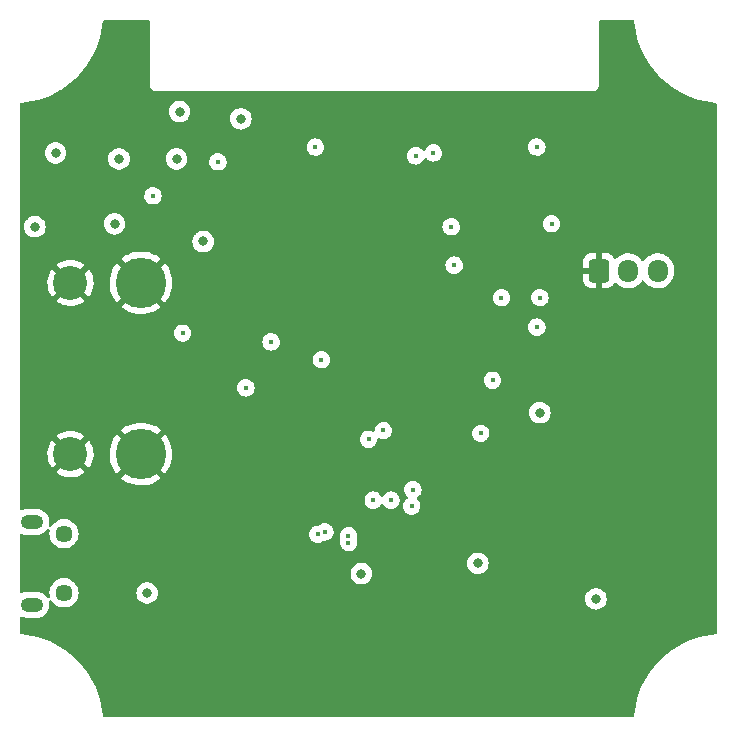
<source format=gbr>
%TF.GenerationSoftware,KiCad,Pcbnew,(6.0.8)*%
%TF.CreationDate,2023-04-08T14:06:51-07:00*%
%TF.ProjectId,TvMux,54764d75-782e-46b6-9963-61645f706362,rev?*%
%TF.SameCoordinates,Original*%
%TF.FileFunction,Copper,L2,Inr*%
%TF.FilePolarity,Positive*%
%FSLAX46Y46*%
G04 Gerber Fmt 4.6, Leading zero omitted, Abs format (unit mm)*
G04 Created by KiCad (PCBNEW (6.0.8)) date 2023-04-08 14:06:51*
%MOMM*%
%LPD*%
G01*
G04 APERTURE LIST*
G04 Aperture macros list*
%AMRoundRect*
0 Rectangle with rounded corners*
0 $1 Rounding radius*
0 $2 $3 $4 $5 $6 $7 $8 $9 X,Y pos of 4 corners*
0 Add a 4 corners polygon primitive as box body*
4,1,4,$2,$3,$4,$5,$6,$7,$8,$9,$2,$3,0*
0 Add four circle primitives for the rounded corners*
1,1,$1+$1,$2,$3*
1,1,$1+$1,$4,$5*
1,1,$1+$1,$6,$7*
1,1,$1+$1,$8,$9*
0 Add four rect primitives between the rounded corners*
20,1,$1+$1,$2,$3,$4,$5,0*
20,1,$1+$1,$4,$5,$6,$7,0*
20,1,$1+$1,$6,$7,$8,$9,0*
20,1,$1+$1,$8,$9,$2,$3,0*%
G04 Aperture macros list end*
%TA.AperFunction,ComponentPad*%
%ADD10C,4.275000*%
%TD*%
%TA.AperFunction,ComponentPad*%
%ADD11C,2.880000*%
%TD*%
%TA.AperFunction,ComponentPad*%
%ADD12RoundRect,0.250000X-0.600000X-0.725000X0.600000X-0.725000X0.600000X0.725000X-0.600000X0.725000X0*%
%TD*%
%TA.AperFunction,ComponentPad*%
%ADD13O,1.700000X1.950000*%
%TD*%
%TA.AperFunction,ComponentPad*%
%ADD14C,1.450000*%
%TD*%
%TA.AperFunction,ComponentPad*%
%ADD15O,1.900000X1.200000*%
%TD*%
%TA.AperFunction,ViaPad*%
%ADD16C,0.800000*%
%TD*%
%TA.AperFunction,ViaPad*%
%ADD17C,0.450000*%
%TD*%
G04 APERTURE END LIST*
D10*
%TO.N,GND*%
%TO.C,J1*%
X125725000Y-77750000D03*
X125725000Y-92250000D03*
D11*
X119765000Y-77750000D03*
X119765000Y-92250000D03*
%TD*%
D12*
%TO.N,GND*%
%TO.C,J2*%
X164500000Y-76725000D03*
D13*
%TO.N,WII_RX*%
X167000000Y-76725000D03*
%TO.N,WII_TX*%
X169500000Y-76725000D03*
%TD*%
D14*
%TO.N,unconnected-(J3-Pad6)*%
%TO.C,J3*%
X119212500Y-104000000D03*
D15*
X116512500Y-105000000D03*
X116512500Y-98000000D03*
D14*
X119212500Y-99000000D03*
%TD*%
D16*
%TO.N,3V3*%
X164250000Y-104500000D03*
X134190000Y-63860000D03*
X144387500Y-102362500D03*
X128750000Y-67250000D03*
X123875000Y-67250000D03*
X131000000Y-74250000D03*
X123500000Y-72750000D03*
X126250000Y-104000000D03*
X159500000Y-88750000D03*
X118500000Y-66750000D03*
X154250000Y-101500000D03*
X116750000Y-73000000D03*
X129000000Y-63250000D03*
%TO.N,GND*%
X140500000Y-101500000D03*
X142250000Y-67500000D03*
X124000000Y-81500000D03*
X170500000Y-85500000D03*
X168750000Y-106750000D03*
X123500000Y-87500000D03*
X145000000Y-72750000D03*
X169500000Y-102250000D03*
X144000000Y-98000000D03*
X138750000Y-63250000D03*
X151000000Y-105000000D03*
X145250000Y-106250000D03*
X123500000Y-84500000D03*
X138250000Y-80500000D03*
X145000000Y-67000000D03*
X171500000Y-92000000D03*
X147250000Y-70000000D03*
X142500000Y-72250000D03*
X132500000Y-82750000D03*
X147125000Y-67625000D03*
X125750000Y-96750000D03*
X123500000Y-89000000D03*
X147125000Y-72125000D03*
X125500000Y-102000000D03*
X162750000Y-63250000D03*
X160500000Y-70250000D03*
X160250000Y-75250000D03*
X170475000Y-63775000D03*
X141820000Y-69930000D03*
X132475000Y-63725000D03*
X156410000Y-62590000D03*
X123500000Y-103500000D03*
X123500000Y-86000000D03*
D17*
%TO.N,WII_PAIR*%
X152000000Y-73000000D03*
X160500000Y-72750000D03*
%TO.N,CHIP_PU*%
X140500000Y-66250000D03*
X141000000Y-84250000D03*
%TO.N,USB_N*%
X140700000Y-99050000D03*
X143300000Y-99750000D03*
%TO.N,USB_P*%
X141304156Y-98834489D03*
X143300000Y-99150000D03*
%TO.N,HDMI_DDC_SDA*%
X129250000Y-82000000D03*
X126750000Y-70375000D03*
%TO.N,HDMI_CEC*%
X159250000Y-81500000D03*
X136750000Y-82750000D03*
X159500000Y-79000000D03*
X134612500Y-86637500D03*
%TO.N,Net-(Q1-Pad2)*%
X132250000Y-67500000D03*
X159250000Y-66250000D03*
%TO.N,Net-(Q5-Pad2)*%
X145400000Y-96150000D03*
X145000000Y-91000000D03*
%TO.N,BOOT*%
X155500000Y-86000000D03*
X156250000Y-79000000D03*
%TO.N,Net-(Q4-Pad2)*%
X146250000Y-90250000D03*
X148650000Y-96650000D03*
%TO.N,RGB*%
X154500000Y-90500000D03*
X152250000Y-76250000D03*
%TO.N,U0_TXD*%
X150500000Y-66750000D03*
X148750000Y-95250000D03*
%TO.N,U0_RXD*%
X146900000Y-96150000D03*
X149000000Y-67000000D03*
%TD*%
%TA.AperFunction,Conductor*%
%TO.N,GND*%
G36*
X126433621Y-55528502D02*
G01*
X126480114Y-55582158D01*
X126491500Y-55634500D01*
X126491500Y-60991377D01*
X126491498Y-60992147D01*
X126491024Y-61069721D01*
X126493491Y-61078352D01*
X126499150Y-61098153D01*
X126502728Y-61114915D01*
X126506920Y-61144187D01*
X126510634Y-61152355D01*
X126510634Y-61152356D01*
X126517548Y-61167562D01*
X126523996Y-61185086D01*
X126531051Y-61209771D01*
X126535843Y-61217365D01*
X126535844Y-61217368D01*
X126546830Y-61234780D01*
X126554969Y-61249863D01*
X126567208Y-61276782D01*
X126573069Y-61283584D01*
X126583970Y-61296235D01*
X126595073Y-61311239D01*
X126608776Y-61332958D01*
X126615501Y-61338897D01*
X126615504Y-61338901D01*
X126630938Y-61352532D01*
X126642982Y-61364724D01*
X126656427Y-61380327D01*
X126656430Y-61380329D01*
X126662287Y-61387127D01*
X126669816Y-61392007D01*
X126669817Y-61392008D01*
X126683835Y-61401094D01*
X126698709Y-61412385D01*
X126711217Y-61423431D01*
X126717951Y-61429378D01*
X126744711Y-61441942D01*
X126759691Y-61450263D01*
X126776983Y-61461471D01*
X126776988Y-61461473D01*
X126784515Y-61466352D01*
X126793108Y-61468922D01*
X126793113Y-61468924D01*
X126809120Y-61473711D01*
X126826564Y-61480372D01*
X126841676Y-61487467D01*
X126841678Y-61487468D01*
X126849800Y-61491281D01*
X126858667Y-61492662D01*
X126858668Y-61492662D01*
X126861353Y-61493080D01*
X126879017Y-61495830D01*
X126895732Y-61499613D01*
X126915466Y-61505515D01*
X126915472Y-61505516D01*
X126924066Y-61508086D01*
X126933037Y-61508141D01*
X126933038Y-61508141D01*
X126943097Y-61508202D01*
X126958506Y-61508296D01*
X126959289Y-61508329D01*
X126960386Y-61508500D01*
X126991377Y-61508500D01*
X126992147Y-61508502D01*
X127065785Y-61508952D01*
X127065786Y-61508952D01*
X127069721Y-61508976D01*
X127071065Y-61508592D01*
X127072410Y-61508500D01*
X163991377Y-61508500D01*
X163992148Y-61508502D01*
X164069721Y-61508976D01*
X164098152Y-61500850D01*
X164114915Y-61497272D01*
X164115753Y-61497152D01*
X164144187Y-61493080D01*
X164167564Y-61482451D01*
X164185087Y-61476004D01*
X164209771Y-61468949D01*
X164217365Y-61464157D01*
X164217368Y-61464156D01*
X164234780Y-61453170D01*
X164249865Y-61445030D01*
X164276782Y-61432792D01*
X164296235Y-61416030D01*
X164311239Y-61404927D01*
X164332958Y-61391224D01*
X164338897Y-61384499D01*
X164338901Y-61384496D01*
X164352532Y-61369062D01*
X164364724Y-61357018D01*
X164380327Y-61343573D01*
X164380329Y-61343570D01*
X164387127Y-61337713D01*
X164401094Y-61316165D01*
X164412385Y-61301291D01*
X164423431Y-61288783D01*
X164423432Y-61288782D01*
X164429378Y-61282049D01*
X164441943Y-61255287D01*
X164450263Y-61240309D01*
X164461471Y-61223017D01*
X164461473Y-61223012D01*
X164466352Y-61215485D01*
X164468922Y-61206892D01*
X164468924Y-61206887D01*
X164473711Y-61190880D01*
X164480372Y-61173436D01*
X164487467Y-61158324D01*
X164487468Y-61158322D01*
X164491281Y-61150200D01*
X164495830Y-61120983D01*
X164499613Y-61104268D01*
X164505515Y-61084534D01*
X164505516Y-61084528D01*
X164508086Y-61075934D01*
X164508296Y-61041494D01*
X164508329Y-61040711D01*
X164508500Y-61039614D01*
X164508500Y-61008623D01*
X164508502Y-61007853D01*
X164508952Y-60934215D01*
X164508952Y-60934214D01*
X164508976Y-60930279D01*
X164508592Y-60928935D01*
X164508500Y-60927590D01*
X164508500Y-55634500D01*
X164528502Y-55566379D01*
X164582158Y-55519886D01*
X164634500Y-55508500D01*
X167390492Y-55508500D01*
X167458613Y-55528502D01*
X167505106Y-55582158D01*
X167515831Y-55621615D01*
X167557095Y-56023004D01*
X167644259Y-56528541D01*
X167765718Y-57026951D01*
X167920907Y-57515910D01*
X168109102Y-57993140D01*
X168329425Y-58456413D01*
X168330479Y-58458288D01*
X168330486Y-58458301D01*
X168579799Y-58901704D01*
X168579808Y-58901719D01*
X168580850Y-58903572D01*
X168582023Y-58905361D01*
X168582024Y-58905362D01*
X168861012Y-59330715D01*
X168861020Y-59330726D01*
X168862203Y-59332530D01*
X169172174Y-59741288D01*
X169509317Y-60127940D01*
X169872060Y-60490683D01*
X170258712Y-60827826D01*
X170667470Y-61137797D01*
X170669274Y-61138980D01*
X170669285Y-61138988D01*
X171076663Y-61406186D01*
X171096428Y-61419150D01*
X171098281Y-61420192D01*
X171098296Y-61420201D01*
X171541699Y-61669514D01*
X171541712Y-61669521D01*
X171543587Y-61670575D01*
X172006860Y-61890898D01*
X172484090Y-62079093D01*
X172973049Y-62234282D01*
X172975149Y-62234794D01*
X172975157Y-62234796D01*
X173469348Y-62355227D01*
X173469360Y-62355230D01*
X173471459Y-62355741D01*
X173473580Y-62356107D01*
X173473591Y-62356109D01*
X173974866Y-62442538D01*
X173974873Y-62442539D01*
X173976996Y-62442905D01*
X173979154Y-62443127D01*
X173979155Y-62443127D01*
X174378385Y-62484169D01*
X174444103Y-62511032D01*
X174484865Y-62569161D01*
X174491500Y-62609508D01*
X174491500Y-107390492D01*
X174471498Y-107458613D01*
X174417842Y-107505106D01*
X174378385Y-107515831D01*
X173979155Y-107556873D01*
X173976996Y-107557095D01*
X173974873Y-107557461D01*
X173974866Y-107557462D01*
X173473591Y-107643891D01*
X173473580Y-107643893D01*
X173471459Y-107644259D01*
X173469360Y-107644770D01*
X173469348Y-107644773D01*
X172975157Y-107765204D01*
X172975149Y-107765206D01*
X172973049Y-107765718D01*
X172484090Y-107920907D01*
X172006860Y-108109102D01*
X171543587Y-108329425D01*
X171541712Y-108330479D01*
X171541699Y-108330486D01*
X171098296Y-108579799D01*
X171098281Y-108579808D01*
X171096428Y-108580850D01*
X171094639Y-108582023D01*
X171094638Y-108582024D01*
X170669285Y-108861012D01*
X170669274Y-108861020D01*
X170667470Y-108862203D01*
X170258712Y-109172174D01*
X169872060Y-109509317D01*
X169509317Y-109872060D01*
X169172174Y-110258712D01*
X168862203Y-110667470D01*
X168861020Y-110669274D01*
X168861012Y-110669285D01*
X168675176Y-110952616D01*
X168580850Y-111096428D01*
X168579808Y-111098281D01*
X168579799Y-111098296D01*
X168330486Y-111541699D01*
X168330479Y-111541712D01*
X168329425Y-111543587D01*
X168109102Y-112006860D01*
X167920907Y-112484090D01*
X167765718Y-112973049D01*
X167644259Y-113471459D01*
X167557095Y-113976996D01*
X167556873Y-113979154D01*
X167556873Y-113979155D01*
X167515831Y-114378385D01*
X167488968Y-114444103D01*
X167430839Y-114484865D01*
X167390492Y-114491500D01*
X122609508Y-114491500D01*
X122541387Y-114471498D01*
X122494894Y-114417842D01*
X122484169Y-114378385D01*
X122443127Y-113979155D01*
X122443127Y-113979154D01*
X122442905Y-113976996D01*
X122355741Y-113471459D01*
X122234282Y-112973049D01*
X122079093Y-112484090D01*
X121890898Y-112006860D01*
X121670575Y-111543587D01*
X121669521Y-111541712D01*
X121669514Y-111541699D01*
X121420201Y-111098296D01*
X121420192Y-111098281D01*
X121419150Y-111096428D01*
X121324824Y-110952616D01*
X121138988Y-110669285D01*
X121138980Y-110669274D01*
X121137797Y-110667470D01*
X120827826Y-110258712D01*
X120490683Y-109872060D01*
X120127940Y-109509317D01*
X119741288Y-109172174D01*
X119332530Y-108862203D01*
X119330726Y-108861020D01*
X119330715Y-108861012D01*
X118905362Y-108582024D01*
X118905361Y-108582023D01*
X118903572Y-108580850D01*
X118901719Y-108579808D01*
X118901704Y-108579799D01*
X118458301Y-108330486D01*
X118458288Y-108330479D01*
X118456413Y-108329425D01*
X117993140Y-108109102D01*
X117515910Y-107920907D01*
X117026951Y-107765718D01*
X117024851Y-107765206D01*
X117024843Y-107765204D01*
X116530652Y-107644773D01*
X116530640Y-107644770D01*
X116528541Y-107644259D01*
X116526420Y-107643893D01*
X116526409Y-107643891D01*
X116025134Y-107557462D01*
X116025127Y-107557461D01*
X116023004Y-107557095D01*
X116020845Y-107556873D01*
X115621615Y-107515831D01*
X115555897Y-107488968D01*
X115515135Y-107430839D01*
X115508500Y-107390492D01*
X115508500Y-106118201D01*
X115528502Y-106050080D01*
X115582158Y-106003587D01*
X115652432Y-105993483D01*
X115681598Y-106001335D01*
X115840668Y-106065442D01*
X115840671Y-106065443D01*
X115846237Y-106067686D01*
X116053837Y-106108228D01*
X116059399Y-106108500D01*
X116915346Y-106108500D01*
X117073066Y-106093452D01*
X117276034Y-106033908D01*
X117334906Y-106003587D01*
X117458749Y-105939804D01*
X117458752Y-105939802D01*
X117464080Y-105937058D01*
X117630420Y-105806396D01*
X117634352Y-105801865D01*
X117634355Y-105801862D01*
X117765121Y-105651167D01*
X117769052Y-105646637D01*
X117772052Y-105641451D01*
X117772055Y-105641447D01*
X117871967Y-105468742D01*
X117874973Y-105463546D01*
X117944361Y-105263729D01*
X117959225Y-105161216D01*
X117973852Y-105060336D01*
X117973852Y-105060333D01*
X117974713Y-105054396D01*
X117964933Y-104843101D01*
X117946509Y-104766653D01*
X117949994Y-104695742D01*
X117991263Y-104637972D01*
X118057214Y-104611685D01*
X118126907Y-104625226D01*
X118172215Y-104664861D01*
X118260622Y-104791118D01*
X118263975Y-104795907D01*
X118416593Y-104948525D01*
X118593394Y-105072323D01*
X118598376Y-105074646D01*
X118598381Y-105074649D01*
X118784025Y-105161216D01*
X118789007Y-105163539D01*
X118794315Y-105164961D01*
X118794317Y-105164962D01*
X118992172Y-105217977D01*
X118992174Y-105217977D01*
X118997487Y-105219401D01*
X119212500Y-105238212D01*
X119427513Y-105219401D01*
X119432826Y-105217977D01*
X119432828Y-105217977D01*
X119630683Y-105164962D01*
X119630685Y-105164961D01*
X119635993Y-105163539D01*
X119640975Y-105161216D01*
X119826619Y-105074649D01*
X119826624Y-105074646D01*
X119831606Y-105072323D01*
X120008407Y-104948525D01*
X120161025Y-104795907D01*
X120164379Y-104791118D01*
X120252785Y-104664861D01*
X120284823Y-104619106D01*
X120287146Y-104614124D01*
X120287149Y-104614119D01*
X120373716Y-104428475D01*
X120373717Y-104428474D01*
X120376039Y-104423493D01*
X120379506Y-104410556D01*
X120430477Y-104220328D01*
X120430477Y-104220326D01*
X120431901Y-104215013D01*
X120450712Y-104000000D01*
X125336496Y-104000000D01*
X125356458Y-104189928D01*
X125415473Y-104371556D01*
X125418776Y-104377278D01*
X125418777Y-104377279D01*
X125437990Y-104410556D01*
X125510960Y-104536944D01*
X125515378Y-104541851D01*
X125515379Y-104541852D01*
X125584939Y-104619106D01*
X125638747Y-104678866D01*
X125793248Y-104791118D01*
X125799276Y-104793802D01*
X125799278Y-104793803D01*
X125804004Y-104795907D01*
X125967712Y-104868794D01*
X126061112Y-104888647D01*
X126148056Y-104907128D01*
X126148061Y-104907128D01*
X126154513Y-104908500D01*
X126345487Y-104908500D01*
X126351939Y-104907128D01*
X126351944Y-104907128D01*
X126438888Y-104888647D01*
X126532288Y-104868794D01*
X126695996Y-104795907D01*
X126700722Y-104793803D01*
X126700724Y-104793802D01*
X126706752Y-104791118D01*
X126861253Y-104678866D01*
X126915061Y-104619106D01*
X126984621Y-104541852D01*
X126984622Y-104541851D01*
X126989040Y-104536944D01*
X127010370Y-104500000D01*
X163336496Y-104500000D01*
X163337186Y-104506565D01*
X163349658Y-104625226D01*
X163356458Y-104689928D01*
X163415473Y-104871556D01*
X163418776Y-104877278D01*
X163418777Y-104877279D01*
X163436803Y-104908500D01*
X163510960Y-105036944D01*
X163515378Y-105041851D01*
X163515379Y-105041852D01*
X163626228Y-105164962D01*
X163638747Y-105178866D01*
X163793248Y-105291118D01*
X163799276Y-105293802D01*
X163799278Y-105293803D01*
X163961681Y-105366109D01*
X163967712Y-105368794D01*
X164061113Y-105388647D01*
X164148056Y-105407128D01*
X164148061Y-105407128D01*
X164154513Y-105408500D01*
X164345487Y-105408500D01*
X164351939Y-105407128D01*
X164351944Y-105407128D01*
X164438887Y-105388647D01*
X164532288Y-105368794D01*
X164538319Y-105366109D01*
X164700722Y-105293803D01*
X164700724Y-105293802D01*
X164706752Y-105291118D01*
X164861253Y-105178866D01*
X164873772Y-105164962D01*
X164984621Y-105041852D01*
X164984622Y-105041851D01*
X164989040Y-105036944D01*
X165063197Y-104908500D01*
X165081223Y-104877279D01*
X165081224Y-104877278D01*
X165084527Y-104871556D01*
X165143542Y-104689928D01*
X165150343Y-104625226D01*
X165162814Y-104506565D01*
X165163504Y-104500000D01*
X165143542Y-104310072D01*
X165084527Y-104128444D01*
X164989040Y-103963056D01*
X164960325Y-103931164D01*
X164865675Y-103826045D01*
X164865674Y-103826044D01*
X164861253Y-103821134D01*
X164706752Y-103708882D01*
X164700724Y-103706198D01*
X164700722Y-103706197D01*
X164538319Y-103633891D01*
X164538318Y-103633891D01*
X164532288Y-103631206D01*
X164438887Y-103611353D01*
X164351944Y-103592872D01*
X164351939Y-103592872D01*
X164345487Y-103591500D01*
X164154513Y-103591500D01*
X164148061Y-103592872D01*
X164148056Y-103592872D01*
X164061112Y-103611353D01*
X163967712Y-103631206D01*
X163961682Y-103633891D01*
X163961681Y-103633891D01*
X163799278Y-103706197D01*
X163799276Y-103706198D01*
X163793248Y-103708882D01*
X163638747Y-103821134D01*
X163634326Y-103826044D01*
X163634325Y-103826045D01*
X163539676Y-103931164D01*
X163510960Y-103963056D01*
X163415473Y-104128444D01*
X163356458Y-104310072D01*
X163336496Y-104500000D01*
X127010370Y-104500000D01*
X127062010Y-104410556D01*
X127081223Y-104377279D01*
X127081224Y-104377278D01*
X127084527Y-104371556D01*
X127143542Y-104189928D01*
X127163504Y-104000000D01*
X127155567Y-103924481D01*
X127144232Y-103816635D01*
X127144232Y-103816633D01*
X127143542Y-103810072D01*
X127084527Y-103628444D01*
X127063990Y-103592872D01*
X126992341Y-103468774D01*
X126989040Y-103463056D01*
X126919552Y-103385881D01*
X126865675Y-103326045D01*
X126865674Y-103326044D01*
X126861253Y-103321134D01*
X126706752Y-103208882D01*
X126700724Y-103206198D01*
X126700722Y-103206197D01*
X126538319Y-103133891D01*
X126538318Y-103133891D01*
X126532288Y-103131206D01*
X126438888Y-103111353D01*
X126351944Y-103092872D01*
X126351939Y-103092872D01*
X126345487Y-103091500D01*
X126154513Y-103091500D01*
X126148061Y-103092872D01*
X126148056Y-103092872D01*
X126061112Y-103111353D01*
X125967712Y-103131206D01*
X125961682Y-103133891D01*
X125961681Y-103133891D01*
X125799278Y-103206197D01*
X125799276Y-103206198D01*
X125793248Y-103208882D01*
X125638747Y-103321134D01*
X125634326Y-103326044D01*
X125634325Y-103326045D01*
X125580449Y-103385881D01*
X125510960Y-103463056D01*
X125507659Y-103468774D01*
X125436011Y-103592872D01*
X125415473Y-103628444D01*
X125356458Y-103810072D01*
X125355768Y-103816633D01*
X125355768Y-103816635D01*
X125344433Y-103924481D01*
X125336496Y-104000000D01*
X120450712Y-104000000D01*
X120431901Y-103784987D01*
X120390328Y-103629834D01*
X120377462Y-103581817D01*
X120377461Y-103581815D01*
X120376039Y-103576507D01*
X120373716Y-103571525D01*
X120287149Y-103385881D01*
X120287146Y-103385876D01*
X120284823Y-103380894D01*
X120181032Y-103232666D01*
X120164184Y-103208604D01*
X120164182Y-103208601D01*
X120161025Y-103204093D01*
X120008407Y-103051475D01*
X119999516Y-103045249D01*
X119930594Y-102996990D01*
X119831606Y-102927677D01*
X119826624Y-102925354D01*
X119826619Y-102925351D01*
X119640975Y-102838784D01*
X119640974Y-102838783D01*
X119635993Y-102836461D01*
X119630685Y-102835039D01*
X119630683Y-102835038D01*
X119432828Y-102782023D01*
X119432826Y-102782023D01*
X119427513Y-102780599D01*
X119212500Y-102761788D01*
X118997487Y-102780599D01*
X118992174Y-102782023D01*
X118992172Y-102782023D01*
X118794317Y-102835038D01*
X118794315Y-102835039D01*
X118789007Y-102836461D01*
X118784026Y-102838783D01*
X118784025Y-102838784D01*
X118598381Y-102925351D01*
X118598376Y-102925354D01*
X118593394Y-102927677D01*
X118494406Y-102996990D01*
X118425485Y-103045249D01*
X118416593Y-103051475D01*
X118263975Y-103204093D01*
X118260818Y-103208601D01*
X118260816Y-103208604D01*
X118243968Y-103232666D01*
X118140177Y-103380894D01*
X118137854Y-103385876D01*
X118137851Y-103385881D01*
X118051284Y-103571525D01*
X118048961Y-103576507D01*
X118047539Y-103581815D01*
X118047538Y-103581817D01*
X118034672Y-103629834D01*
X117993099Y-103784987D01*
X117974288Y-104000000D01*
X117993099Y-104215013D01*
X117994523Y-104220326D01*
X117994523Y-104220328D01*
X118010722Y-104280784D01*
X118009032Y-104351761D01*
X117969238Y-104410556D01*
X117903973Y-104438504D01*
X117833960Y-104426730D01*
X117786245Y-104386295D01*
X117761749Y-104351761D01*
X117705446Y-104272389D01*
X117552650Y-104126119D01*
X117374952Y-104011380D01*
X117302867Y-103982329D01*
X117184332Y-103934558D01*
X117184329Y-103934557D01*
X117178763Y-103932314D01*
X116971163Y-103891772D01*
X116965601Y-103891500D01*
X116109654Y-103891500D01*
X115951934Y-103906548D01*
X115748966Y-103966092D01*
X115692190Y-103995334D01*
X115622474Y-104008742D01*
X115556573Y-103982329D01*
X115515414Y-103924481D01*
X115508500Y-103883317D01*
X115508500Y-102362500D01*
X143473996Y-102362500D01*
X143474686Y-102369065D01*
X143478687Y-102407128D01*
X143493958Y-102552428D01*
X143552973Y-102734056D01*
X143648460Y-102899444D01*
X143652878Y-102904351D01*
X143652879Y-102904352D01*
X143771825Y-103036455D01*
X143776247Y-103041366D01*
X143930748Y-103153618D01*
X143936776Y-103156302D01*
X143936778Y-103156303D01*
X144063590Y-103212763D01*
X144105212Y-103231294D01*
X144198612Y-103251147D01*
X144285556Y-103269628D01*
X144285561Y-103269628D01*
X144292013Y-103271000D01*
X144482987Y-103271000D01*
X144489439Y-103269628D01*
X144489444Y-103269628D01*
X144576387Y-103251147D01*
X144669788Y-103231294D01*
X144711410Y-103212763D01*
X144838222Y-103156303D01*
X144838224Y-103156302D01*
X144844252Y-103153618D01*
X144998753Y-103041366D01*
X145003175Y-103036455D01*
X145122121Y-102904352D01*
X145122122Y-102904351D01*
X145126540Y-102899444D01*
X145222027Y-102734056D01*
X145281042Y-102552428D01*
X145296314Y-102407128D01*
X145300314Y-102369065D01*
X145301004Y-102362500D01*
X145281042Y-102172572D01*
X145222027Y-101990944D01*
X145126540Y-101825556D01*
X144998753Y-101683634D01*
X144844252Y-101571382D01*
X144838224Y-101568698D01*
X144838222Y-101568697D01*
X144683925Y-101500000D01*
X153336496Y-101500000D01*
X153356458Y-101689928D01*
X153415473Y-101871556D01*
X153510960Y-102036944D01*
X153638747Y-102178866D01*
X153793248Y-102291118D01*
X153799276Y-102293802D01*
X153799278Y-102293803D01*
X153938830Y-102355935D01*
X153967712Y-102368794D01*
X154061113Y-102388647D01*
X154148056Y-102407128D01*
X154148061Y-102407128D01*
X154154513Y-102408500D01*
X154345487Y-102408500D01*
X154351939Y-102407128D01*
X154351944Y-102407128D01*
X154438887Y-102388647D01*
X154532288Y-102368794D01*
X154561170Y-102355935D01*
X154700722Y-102293803D01*
X154700724Y-102293802D01*
X154706752Y-102291118D01*
X154861253Y-102178866D01*
X154989040Y-102036944D01*
X155084527Y-101871556D01*
X155143542Y-101689928D01*
X155163504Y-101500000D01*
X155162698Y-101492334D01*
X155144232Y-101316635D01*
X155144232Y-101316633D01*
X155143542Y-101310072D01*
X155084527Y-101128444D01*
X154989040Y-100963056D01*
X154861253Y-100821134D01*
X154706752Y-100708882D01*
X154700724Y-100706198D01*
X154700722Y-100706197D01*
X154538319Y-100633891D01*
X154538318Y-100633891D01*
X154532288Y-100631206D01*
X154438888Y-100611353D01*
X154351944Y-100592872D01*
X154351939Y-100592872D01*
X154345487Y-100591500D01*
X154154513Y-100591500D01*
X154148061Y-100592872D01*
X154148056Y-100592872D01*
X154061113Y-100611353D01*
X153967712Y-100631206D01*
X153961682Y-100633891D01*
X153961681Y-100633891D01*
X153799278Y-100706197D01*
X153799276Y-100706198D01*
X153793248Y-100708882D01*
X153638747Y-100821134D01*
X153510960Y-100963056D01*
X153415473Y-101128444D01*
X153356458Y-101310072D01*
X153355768Y-101316633D01*
X153355768Y-101316635D01*
X153337302Y-101492334D01*
X153336496Y-101500000D01*
X144683925Y-101500000D01*
X144675819Y-101496391D01*
X144675818Y-101496391D01*
X144669788Y-101493706D01*
X144576387Y-101473853D01*
X144489444Y-101455372D01*
X144489439Y-101455372D01*
X144482987Y-101454000D01*
X144292013Y-101454000D01*
X144285561Y-101455372D01*
X144285556Y-101455372D01*
X144198613Y-101473853D01*
X144105212Y-101493706D01*
X144099182Y-101496391D01*
X144099181Y-101496391D01*
X143936778Y-101568697D01*
X143936776Y-101568698D01*
X143930748Y-101571382D01*
X143776247Y-101683634D01*
X143648460Y-101825556D01*
X143552973Y-101990944D01*
X143493958Y-102172572D01*
X143473996Y-102362500D01*
X115508500Y-102362500D01*
X115508500Y-99118201D01*
X115528502Y-99050080D01*
X115582158Y-99003587D01*
X115652432Y-98993483D01*
X115681598Y-99001335D01*
X115840668Y-99065442D01*
X115840671Y-99065443D01*
X115846237Y-99067686D01*
X116053837Y-99108228D01*
X116059399Y-99108500D01*
X116915346Y-99108500D01*
X117073066Y-99093452D01*
X117276034Y-99033908D01*
X117306811Y-99018057D01*
X117458749Y-98939804D01*
X117458752Y-98939802D01*
X117464080Y-98937058D01*
X117630420Y-98806396D01*
X117634352Y-98801865D01*
X117634355Y-98801862D01*
X117765121Y-98651167D01*
X117769052Y-98646637D01*
X117777814Y-98631492D01*
X117829241Y-98582545D01*
X117898967Y-98569172D01*
X117964854Y-98595619D01*
X118005983Y-98653489D01*
X118008582Y-98727203D01*
X117994524Y-98779665D01*
X117994523Y-98779672D01*
X117993099Y-98784987D01*
X117974288Y-99000000D01*
X117993099Y-99215013D01*
X117994523Y-99220326D01*
X117994523Y-99220328D01*
X118018592Y-99310153D01*
X118048961Y-99423493D01*
X118051283Y-99428474D01*
X118051284Y-99428475D01*
X118137851Y-99614119D01*
X118137854Y-99614124D01*
X118140177Y-99619106D01*
X118155896Y-99641555D01*
X118258424Y-99787979D01*
X118263975Y-99795907D01*
X118416593Y-99948525D01*
X118593394Y-100072323D01*
X118598376Y-100074646D01*
X118598381Y-100074649D01*
X118784025Y-100161216D01*
X118789007Y-100163539D01*
X118794315Y-100164961D01*
X118794317Y-100164962D01*
X118992172Y-100217977D01*
X118992174Y-100217977D01*
X118997487Y-100219401D01*
X119212500Y-100238212D01*
X119427513Y-100219401D01*
X119432826Y-100217977D01*
X119432828Y-100217977D01*
X119630683Y-100164962D01*
X119630685Y-100164961D01*
X119635993Y-100163539D01*
X119640975Y-100161216D01*
X119826619Y-100074649D01*
X119826624Y-100074646D01*
X119831606Y-100072323D01*
X120008407Y-99948525D01*
X120161025Y-99795907D01*
X120166577Y-99787979D01*
X120269104Y-99641555D01*
X120284823Y-99619106D01*
X120287146Y-99614124D01*
X120287149Y-99614119D01*
X120373716Y-99428475D01*
X120373717Y-99428474D01*
X120376039Y-99423493D01*
X120406409Y-99310153D01*
X120430477Y-99220328D01*
X120430477Y-99220326D01*
X120431901Y-99215013D01*
X120447239Y-99039694D01*
X139961931Y-99039694D01*
X139977989Y-99203468D01*
X140029932Y-99359615D01*
X140033581Y-99365640D01*
X140109610Y-99491177D01*
X140115179Y-99500373D01*
X140229491Y-99618747D01*
X140367189Y-99708854D01*
X140521428Y-99766215D01*
X140528409Y-99767146D01*
X140528411Y-99767147D01*
X140677561Y-99787048D01*
X140677565Y-99787048D01*
X140684542Y-99787979D01*
X140691553Y-99787341D01*
X140691557Y-99787341D01*
X140841403Y-99773704D01*
X140841404Y-99773704D01*
X140848424Y-99773065D01*
X140877062Y-99763760D01*
X140951129Y-99739694D01*
X142561931Y-99739694D01*
X142577989Y-99903468D01*
X142629932Y-100059615D01*
X142715179Y-100200373D01*
X142720070Y-100205438D01*
X142720071Y-100205439D01*
X142786561Y-100274291D01*
X142829491Y-100318747D01*
X142967189Y-100408854D01*
X143121428Y-100466215D01*
X143128409Y-100467146D01*
X143128411Y-100467147D01*
X143277561Y-100487048D01*
X143277565Y-100487048D01*
X143284542Y-100487979D01*
X143291553Y-100487341D01*
X143291557Y-100487341D01*
X143441403Y-100473704D01*
X143441404Y-100473704D01*
X143448424Y-100473065D01*
X143477062Y-100463760D01*
X143598230Y-100424390D01*
X143598233Y-100424389D01*
X143604929Y-100422213D01*
X143746279Y-100337951D01*
X143865449Y-100224468D01*
X143881458Y-100200373D01*
X143952614Y-100093275D01*
X143952615Y-100093273D01*
X143956515Y-100087403D01*
X144014951Y-99933568D01*
X144037853Y-99770610D01*
X144038141Y-99750000D01*
X144019798Y-99586466D01*
X144015104Y-99572987D01*
X143986615Y-99491177D01*
X143983101Y-99420267D01*
X143987818Y-99404997D01*
X144005057Y-99359615D01*
X144014951Y-99333568D01*
X144033235Y-99203468D01*
X144037302Y-99174534D01*
X144037303Y-99174527D01*
X144037853Y-99170610D01*
X144038141Y-99150000D01*
X144019798Y-98986466D01*
X144013998Y-98969809D01*
X143967998Y-98837717D01*
X143965680Y-98831060D01*
X143878476Y-98691505D01*
X143783257Y-98595619D01*
X143767486Y-98579737D01*
X143767482Y-98579734D01*
X143762522Y-98574739D01*
X143623580Y-98486563D01*
X143558941Y-98463546D01*
X143475189Y-98433723D01*
X143475187Y-98433722D01*
X143468555Y-98431361D01*
X143461569Y-98430528D01*
X143461565Y-98430527D01*
X143347071Y-98416875D01*
X143305153Y-98411877D01*
X143298150Y-98412613D01*
X143298149Y-98412613D01*
X143254935Y-98417155D01*
X143141495Y-98429078D01*
X143134827Y-98431348D01*
X142992382Y-98479840D01*
X142992379Y-98479841D01*
X142985715Y-98482110D01*
X142845555Y-98568337D01*
X142830099Y-98583473D01*
X142770898Y-98641447D01*
X142727982Y-98683473D01*
X142638838Y-98821797D01*
X142636427Y-98828420D01*
X142636426Y-98828423D01*
X142584966Y-98969809D01*
X142584965Y-98969814D01*
X142582556Y-98976432D01*
X142561931Y-99139694D01*
X142577989Y-99303468D01*
X142596667Y-99359615D01*
X142613762Y-99411006D01*
X142616285Y-99481958D01*
X142612605Y-99493872D01*
X142584966Y-99569809D01*
X142584965Y-99569814D01*
X142582556Y-99576432D01*
X142561931Y-99739694D01*
X140951129Y-99739694D01*
X140998230Y-99724390D01*
X140998233Y-99724389D01*
X141004929Y-99722213D01*
X141146279Y-99637951D01*
X141151373Y-99633100D01*
X141151377Y-99633097D01*
X141180378Y-99605479D01*
X141243503Y-99572987D01*
X141274656Y-99572098D01*
X141274671Y-99571389D01*
X141281718Y-99571537D01*
X141288698Y-99572468D01*
X141295709Y-99571830D01*
X141295713Y-99571830D01*
X141445559Y-99558193D01*
X141445560Y-99558193D01*
X141452580Y-99557554D01*
X141475611Y-99550071D01*
X141602386Y-99508879D01*
X141602389Y-99508878D01*
X141609085Y-99506702D01*
X141750435Y-99422440D01*
X141869605Y-99308957D01*
X141928490Y-99220328D01*
X141956770Y-99177764D01*
X141956771Y-99177762D01*
X141960671Y-99171892D01*
X142019107Y-99018057D01*
X142036089Y-98897223D01*
X142041458Y-98859023D01*
X142041459Y-98859016D01*
X142042009Y-98855099D01*
X142042297Y-98834489D01*
X142023954Y-98670955D01*
X141969836Y-98515549D01*
X141951724Y-98486563D01*
X141886365Y-98381968D01*
X141882632Y-98375994D01*
X141818961Y-98311877D01*
X141771642Y-98264226D01*
X141771638Y-98264223D01*
X141766678Y-98259228D01*
X141627736Y-98171052D01*
X141578603Y-98153557D01*
X141479345Y-98118212D01*
X141479343Y-98118211D01*
X141472711Y-98115850D01*
X141465725Y-98115017D01*
X141465721Y-98115016D01*
X141351227Y-98101364D01*
X141309309Y-98096366D01*
X141302306Y-98097102D01*
X141302305Y-98097102D01*
X141259091Y-98101644D01*
X141145651Y-98113567D01*
X141138983Y-98115837D01*
X140996538Y-98164329D01*
X140996535Y-98164330D01*
X140989871Y-98166599D01*
X140849711Y-98252826D01*
X140823396Y-98278596D01*
X140760733Y-98311966D01*
X140720317Y-98313685D01*
X140712149Y-98312711D01*
X140712147Y-98312711D01*
X140705153Y-98311877D01*
X140698150Y-98312613D01*
X140698149Y-98312613D01*
X140654935Y-98317155D01*
X140541495Y-98329078D01*
X140534827Y-98331348D01*
X140392382Y-98379840D01*
X140392379Y-98379841D01*
X140385715Y-98382110D01*
X140336133Y-98412613D01*
X140253343Y-98463546D01*
X140245555Y-98468337D01*
X140203446Y-98509573D01*
X140142586Y-98569172D01*
X140127982Y-98583473D01*
X140038838Y-98721797D01*
X140036427Y-98728420D01*
X140036426Y-98728423D01*
X139984966Y-98869809D01*
X139984965Y-98869814D01*
X139982556Y-98876432D01*
X139961931Y-99039694D01*
X120447239Y-99039694D01*
X120450712Y-99000000D01*
X120431901Y-98784987D01*
X120406853Y-98691505D01*
X120377462Y-98581817D01*
X120377461Y-98581815D01*
X120376039Y-98576507D01*
X120335859Y-98490340D01*
X120287149Y-98385881D01*
X120287146Y-98385876D01*
X120284823Y-98380894D01*
X120196989Y-98255454D01*
X120164184Y-98208604D01*
X120164182Y-98208601D01*
X120161025Y-98204093D01*
X120008407Y-98051475D01*
X119831606Y-97927677D01*
X119826624Y-97925354D01*
X119826619Y-97925351D01*
X119640975Y-97838784D01*
X119640974Y-97838783D01*
X119635993Y-97836461D01*
X119630685Y-97835039D01*
X119630683Y-97835038D01*
X119432828Y-97782023D01*
X119432826Y-97782023D01*
X119427513Y-97780599D01*
X119212500Y-97761788D01*
X118997487Y-97780599D01*
X118992174Y-97782023D01*
X118992172Y-97782023D01*
X118794317Y-97835038D01*
X118794315Y-97835039D01*
X118789007Y-97836461D01*
X118784026Y-97838783D01*
X118784025Y-97838784D01*
X118598381Y-97925351D01*
X118598376Y-97925354D01*
X118593394Y-97927677D01*
X118416593Y-98051475D01*
X118263975Y-98204093D01*
X118176975Y-98328342D01*
X118175748Y-98330094D01*
X118120291Y-98374422D01*
X118049672Y-98381731D01*
X117986311Y-98349700D01*
X117950326Y-98288499D01*
X117947839Y-98239743D01*
X117973852Y-98060336D01*
X117973852Y-98060333D01*
X117974713Y-98054396D01*
X117964933Y-97843101D01*
X117915375Y-97637466D01*
X117827826Y-97444913D01*
X117705446Y-97272389D01*
X117552650Y-97126119D01*
X117374952Y-97011380D01*
X117299105Y-96980813D01*
X117184332Y-96934558D01*
X117184329Y-96934557D01*
X117178763Y-96932314D01*
X116971163Y-96891772D01*
X116965601Y-96891500D01*
X116109654Y-96891500D01*
X115951934Y-96906548D01*
X115748966Y-96966092D01*
X115692190Y-96995334D01*
X115622474Y-97008742D01*
X115556573Y-96982329D01*
X115515414Y-96924481D01*
X115508500Y-96883317D01*
X115508500Y-96139694D01*
X144661931Y-96139694D01*
X144677989Y-96303468D01*
X144729932Y-96459615D01*
X144733581Y-96465640D01*
X144811528Y-96594344D01*
X144815179Y-96600373D01*
X144929491Y-96718747D01*
X145067189Y-96808854D01*
X145221428Y-96866215D01*
X145228409Y-96867146D01*
X145228411Y-96867147D01*
X145377561Y-96887048D01*
X145377565Y-96887048D01*
X145384542Y-96887979D01*
X145391553Y-96887341D01*
X145391557Y-96887341D01*
X145541403Y-96873704D01*
X145541404Y-96873704D01*
X145548424Y-96873065D01*
X145649713Y-96840154D01*
X145698230Y-96824390D01*
X145698233Y-96824389D01*
X145704929Y-96822213D01*
X145846279Y-96737951D01*
X145965449Y-96624468D01*
X146046168Y-96502976D01*
X146100524Y-96457307D01*
X146170944Y-96448274D01*
X146235068Y-96478747D01*
X146258890Y-96507432D01*
X146311526Y-96594344D01*
X146311531Y-96594350D01*
X146315179Y-96600373D01*
X146429491Y-96718747D01*
X146567189Y-96808854D01*
X146721428Y-96866215D01*
X146728409Y-96867146D01*
X146728411Y-96867147D01*
X146877561Y-96887048D01*
X146877565Y-96887048D01*
X146884542Y-96887979D01*
X146891553Y-96887341D01*
X146891557Y-96887341D01*
X147041403Y-96873704D01*
X147041404Y-96873704D01*
X147048424Y-96873065D01*
X147149713Y-96840154D01*
X147198230Y-96824390D01*
X147198233Y-96824389D01*
X147204929Y-96822213D01*
X147346279Y-96737951D01*
X147449460Y-96639694D01*
X147911931Y-96639694D01*
X147927989Y-96803468D01*
X147979932Y-96959615D01*
X148065179Y-97100373D01*
X148070070Y-97105438D01*
X148070071Y-97105439D01*
X148093139Y-97129327D01*
X148179491Y-97218747D01*
X148317189Y-97308854D01*
X148471428Y-97366215D01*
X148478409Y-97367146D01*
X148478411Y-97367147D01*
X148627561Y-97387048D01*
X148627565Y-97387048D01*
X148634542Y-97387979D01*
X148641553Y-97387341D01*
X148641557Y-97387341D01*
X148791403Y-97373704D01*
X148791404Y-97373704D01*
X148798424Y-97373065D01*
X148827062Y-97363760D01*
X148948230Y-97324390D01*
X148948233Y-97324389D01*
X148954929Y-97322213D01*
X149096279Y-97237951D01*
X149215449Y-97124468D01*
X149231458Y-97100373D01*
X149302614Y-96993275D01*
X149302615Y-96993273D01*
X149306515Y-96987403D01*
X149364951Y-96833568D01*
X149373507Y-96772689D01*
X149387302Y-96674534D01*
X149387303Y-96674527D01*
X149387853Y-96670610D01*
X149388141Y-96650000D01*
X149369798Y-96486466D01*
X149363998Y-96469809D01*
X149317998Y-96337717D01*
X149315680Y-96331060D01*
X149228476Y-96191505D01*
X149112522Y-96074739D01*
X149113958Y-96073313D01*
X149079074Y-96023182D01*
X149076465Y-95952233D01*
X149112629Y-95891137D01*
X149134067Y-95875037D01*
X149190230Y-95841558D01*
X149190236Y-95841553D01*
X149196279Y-95837951D01*
X149315449Y-95724468D01*
X149331458Y-95700373D01*
X149402614Y-95593275D01*
X149402615Y-95593273D01*
X149406515Y-95587403D01*
X149464951Y-95433568D01*
X149487853Y-95270610D01*
X149488141Y-95250000D01*
X149469798Y-95086466D01*
X149463998Y-95069809D01*
X149417998Y-94937717D01*
X149415680Y-94931060D01*
X149387019Y-94885192D01*
X149332209Y-94797479D01*
X149328476Y-94791505D01*
X149250126Y-94712606D01*
X149217486Y-94679737D01*
X149217482Y-94679734D01*
X149212522Y-94674739D01*
X149073580Y-94586563D01*
X149024447Y-94569068D01*
X148925189Y-94533723D01*
X148925187Y-94533722D01*
X148918555Y-94531361D01*
X148911569Y-94530528D01*
X148911565Y-94530527D01*
X148797071Y-94516875D01*
X148755153Y-94511877D01*
X148748150Y-94512613D01*
X148748149Y-94512613D01*
X148704935Y-94517155D01*
X148591495Y-94529078D01*
X148584827Y-94531348D01*
X148442382Y-94579840D01*
X148442379Y-94579841D01*
X148435715Y-94582110D01*
X148295555Y-94668337D01*
X148177982Y-94783473D01*
X148088838Y-94921797D01*
X148086427Y-94928420D01*
X148086426Y-94928423D01*
X148034966Y-95069809D01*
X148034965Y-95069814D01*
X148032556Y-95076432D01*
X148011931Y-95239694D01*
X148027989Y-95403468D01*
X148079932Y-95559615D01*
X148083581Y-95565640D01*
X148158529Y-95689392D01*
X148165179Y-95700373D01*
X148279491Y-95818747D01*
X148282567Y-95820760D01*
X148321560Y-95878492D01*
X148323181Y-95949470D01*
X148286171Y-96010057D01*
X148267529Y-96024059D01*
X148195555Y-96068337D01*
X148133066Y-96129531D01*
X148108118Y-96153962D01*
X148077982Y-96183473D01*
X147988838Y-96321797D01*
X147986427Y-96328420D01*
X147986426Y-96328423D01*
X147934966Y-96469809D01*
X147934965Y-96469814D01*
X147932556Y-96476432D01*
X147911931Y-96639694D01*
X147449460Y-96639694D01*
X147465449Y-96624468D01*
X147481458Y-96600373D01*
X147552614Y-96493275D01*
X147552615Y-96493273D01*
X147556515Y-96487403D01*
X147614951Y-96333568D01*
X147634077Y-96197479D01*
X147637302Y-96174534D01*
X147637303Y-96174527D01*
X147637853Y-96170610D01*
X147638141Y-96150000D01*
X147619798Y-95986466D01*
X147613998Y-95969809D01*
X147586601Y-95891137D01*
X147565680Y-95831060D01*
X147478476Y-95691505D01*
X147420499Y-95633122D01*
X147367486Y-95579737D01*
X147367482Y-95579734D01*
X147362522Y-95574739D01*
X147223580Y-95486563D01*
X147093249Y-95440154D01*
X147075189Y-95433723D01*
X147075187Y-95433722D01*
X147068555Y-95431361D01*
X147061569Y-95430528D01*
X147061565Y-95430527D01*
X146947071Y-95416875D01*
X146905153Y-95411877D01*
X146898150Y-95412613D01*
X146898149Y-95412613D01*
X146854935Y-95417155D01*
X146741495Y-95429078D01*
X146734827Y-95431348D01*
X146592382Y-95479840D01*
X146592379Y-95479841D01*
X146585715Y-95482110D01*
X146445555Y-95568337D01*
X146327982Y-95683473D01*
X146255537Y-95795886D01*
X146201822Y-95842310D01*
X146131536Y-95852325D01*
X146066992Y-95822749D01*
X146042772Y-95794400D01*
X145982209Y-95697479D01*
X145978476Y-95691505D01*
X145920499Y-95633122D01*
X145867486Y-95579737D01*
X145867482Y-95579734D01*
X145862522Y-95574739D01*
X145723580Y-95486563D01*
X145593249Y-95440154D01*
X145575189Y-95433723D01*
X145575187Y-95433722D01*
X145568555Y-95431361D01*
X145561569Y-95430528D01*
X145561565Y-95430527D01*
X145447071Y-95416875D01*
X145405153Y-95411877D01*
X145398150Y-95412613D01*
X145398149Y-95412613D01*
X145354935Y-95417155D01*
X145241495Y-95429078D01*
X145234827Y-95431348D01*
X145092382Y-95479840D01*
X145092379Y-95479841D01*
X145085715Y-95482110D01*
X144945555Y-95568337D01*
X144827982Y-95683473D01*
X144738838Y-95821797D01*
X144736427Y-95828420D01*
X144736426Y-95828423D01*
X144684966Y-95969809D01*
X144684965Y-95969814D01*
X144682556Y-95976432D01*
X144661931Y-96139694D01*
X115508500Y-96139694D01*
X115508500Y-94291971D01*
X124048153Y-94291971D01*
X124055678Y-94302404D01*
X124186758Y-94407984D01*
X124192931Y-94412370D01*
X124457142Y-94577147D01*
X124463818Y-94580772D01*
X124745896Y-94712606D01*
X124752961Y-94715404D01*
X125048860Y-94812405D01*
X125056171Y-94814323D01*
X125361590Y-94875074D01*
X125369088Y-94876102D01*
X125679593Y-94899721D01*
X125687156Y-94899839D01*
X125998238Y-94885985D01*
X126005784Y-94885192D01*
X126312950Y-94834066D01*
X126320326Y-94832377D01*
X126619127Y-94744718D01*
X126626251Y-94742153D01*
X126912362Y-94619230D01*
X126919129Y-94615826D01*
X127188393Y-94459425D01*
X127194700Y-94455235D01*
X127394682Y-94304265D01*
X127403138Y-94292874D01*
X127396420Y-94280630D01*
X125737812Y-92622022D01*
X125723868Y-92614408D01*
X125722035Y-92614539D01*
X125715420Y-92618790D01*
X124055268Y-94278942D01*
X124048153Y-94291971D01*
X115508500Y-94291971D01*
X115508500Y-93796239D01*
X118583928Y-93796239D01*
X118591318Y-93806541D01*
X118638573Y-93845014D01*
X118645849Y-93850127D01*
X118874548Y-93987815D01*
X118882472Y-93991852D01*
X119128294Y-94095945D01*
X119136699Y-94098823D01*
X119394747Y-94167242D01*
X119403468Y-94168906D01*
X119668585Y-94200285D01*
X119677451Y-94200703D01*
X119944334Y-94194414D01*
X119953188Y-94193577D01*
X120216523Y-94149746D01*
X120225157Y-94147673D01*
X120479687Y-94067175D01*
X120487952Y-94063903D01*
X120728610Y-93948342D01*
X120736320Y-93943944D01*
X120939108Y-93808446D01*
X120947396Y-93798528D01*
X120940139Y-93784349D01*
X119777812Y-92622022D01*
X119763868Y-92614408D01*
X119762035Y-92614539D01*
X119755420Y-92618790D01*
X118591094Y-93783116D01*
X118583928Y-93796239D01*
X115508500Y-93796239D01*
X115508500Y-92193108D01*
X117813163Y-92193108D01*
X117823643Y-92459859D01*
X117824618Y-92468688D01*
X117872580Y-92731305D01*
X117874789Y-92739908D01*
X117959274Y-92993143D01*
X117962678Y-93001360D01*
X118082001Y-93240164D01*
X118086525Y-93247812D01*
X118207598Y-93422989D01*
X118217918Y-93431342D01*
X118231572Y-93424218D01*
X119392978Y-92262812D01*
X119399356Y-92251132D01*
X120129408Y-92251132D01*
X120129539Y-92252965D01*
X120133790Y-92259580D01*
X121298908Y-93424698D01*
X121312308Y-93432015D01*
X121322213Y-93425028D01*
X121342127Y-93401337D01*
X121347345Y-93394155D01*
X121488615Y-93167637D01*
X121492776Y-93159777D01*
X121600713Y-92915629D01*
X121603729Y-92907252D01*
X121676188Y-92650332D01*
X121677992Y-92641624D01*
X121713695Y-92375810D01*
X121714223Y-92369417D01*
X121717875Y-92253222D01*
X121717748Y-92246779D01*
X121716279Y-92226038D01*
X123074999Y-92226038D01*
X123090481Y-92537043D01*
X123091312Y-92544572D01*
X123144046Y-92851460D01*
X123145779Y-92858848D01*
X123234998Y-93157176D01*
X123237601Y-93164290D01*
X123362017Y-93449746D01*
X123365459Y-93456502D01*
X123523267Y-93724941D01*
X123527490Y-93731226D01*
X123671057Y-93919343D01*
X123682582Y-93927804D01*
X123694647Y-93921143D01*
X125352978Y-92262812D01*
X125359356Y-92251132D01*
X126089408Y-92251132D01*
X126089539Y-92252965D01*
X126093790Y-92259580D01*
X127753858Y-93919648D01*
X127766981Y-93926814D01*
X127777283Y-93919424D01*
X127874902Y-93799517D01*
X127879315Y-93793376D01*
X128045483Y-93530016D01*
X128049130Y-93523381D01*
X128182452Y-93241973D01*
X128185277Y-93234946D01*
X128283830Y-92939544D01*
X128285784Y-92932253D01*
X128348134Y-92627152D01*
X128349202Y-92619648D01*
X128374572Y-92307739D01*
X128374777Y-92303264D01*
X128375312Y-92252221D01*
X128375202Y-92247789D01*
X128356368Y-91935375D01*
X128355460Y-91927873D01*
X128299511Y-91621528D01*
X128297710Y-91614195D01*
X128205362Y-91316788D01*
X128202690Y-91309716D01*
X128075291Y-91025579D01*
X128071774Y-91018852D01*
X128054219Y-90989694D01*
X144261931Y-90989694D01*
X144277989Y-91153468D01*
X144329932Y-91309615D01*
X144333581Y-91315640D01*
X144410353Y-91442404D01*
X144415179Y-91450373D01*
X144529491Y-91568747D01*
X144667189Y-91658854D01*
X144821428Y-91716215D01*
X144828409Y-91717146D01*
X144828411Y-91717147D01*
X144977561Y-91737048D01*
X144977565Y-91737048D01*
X144984542Y-91737979D01*
X144991553Y-91737341D01*
X144991557Y-91737341D01*
X145141403Y-91723704D01*
X145141404Y-91723704D01*
X145148424Y-91723065D01*
X145190222Y-91709484D01*
X145298230Y-91674390D01*
X145298233Y-91674389D01*
X145304929Y-91672213D01*
X145446279Y-91587951D01*
X145565449Y-91474468D01*
X145581458Y-91450373D01*
X145652614Y-91343275D01*
X145652615Y-91343273D01*
X145656515Y-91337403D01*
X145714951Y-91183568D01*
X145723507Y-91122689D01*
X145737302Y-91024534D01*
X145737303Y-91024527D01*
X145737853Y-91020610D01*
X145737908Y-91016651D01*
X145738212Y-91012703D01*
X145740119Y-91012850D01*
X145758996Y-90952313D01*
X145813419Y-90906721D01*
X145883852Y-90897790D01*
X145916425Y-90908354D01*
X145917189Y-90908854D01*
X145923781Y-90911306D01*
X145923784Y-90911307D01*
X145953110Y-90922213D01*
X146071428Y-90966215D01*
X146078409Y-90967146D01*
X146078411Y-90967147D01*
X146227561Y-90987048D01*
X146227565Y-90987048D01*
X146234542Y-90987979D01*
X146241553Y-90987341D01*
X146241557Y-90987341D01*
X146391403Y-90973704D01*
X146391404Y-90973704D01*
X146398424Y-90973065D01*
X146462292Y-90952313D01*
X146548230Y-90924390D01*
X146548233Y-90924389D01*
X146554929Y-90922213D01*
X146696279Y-90837951D01*
X146815449Y-90724468D01*
X146820114Y-90717447D01*
X146902614Y-90593275D01*
X146902615Y-90593273D01*
X146906515Y-90587403D01*
X146943631Y-90489694D01*
X153761931Y-90489694D01*
X153777989Y-90653468D01*
X153829932Y-90809615D01*
X153833581Y-90815640D01*
X153898125Y-90922213D01*
X153915179Y-90950373D01*
X153920070Y-90955438D01*
X153920071Y-90955439D01*
X153953151Y-90989694D01*
X154029491Y-91068747D01*
X154167189Y-91158854D01*
X154321428Y-91216215D01*
X154328409Y-91217146D01*
X154328411Y-91217147D01*
X154477561Y-91237048D01*
X154477565Y-91237048D01*
X154484542Y-91237979D01*
X154491553Y-91237341D01*
X154491557Y-91237341D01*
X154641403Y-91223704D01*
X154641404Y-91223704D01*
X154648424Y-91223065D01*
X154677062Y-91213760D01*
X154798230Y-91174390D01*
X154798233Y-91174389D01*
X154804929Y-91172213D01*
X154946279Y-91087951D01*
X155065449Y-90974468D01*
X155070313Y-90967147D01*
X155152614Y-90843275D01*
X155152615Y-90843273D01*
X155156515Y-90837403D01*
X155214951Y-90683568D01*
X155229611Y-90579254D01*
X155237302Y-90524534D01*
X155237303Y-90524527D01*
X155237853Y-90520610D01*
X155238141Y-90500000D01*
X155219798Y-90336466D01*
X155213998Y-90319809D01*
X155179195Y-90219870D01*
X155165680Y-90181060D01*
X155078476Y-90041505D01*
X154975410Y-89937717D01*
X154967486Y-89929737D01*
X154967482Y-89929734D01*
X154962522Y-89924739D01*
X154823580Y-89836563D01*
X154683007Y-89786507D01*
X154675189Y-89783723D01*
X154675187Y-89783722D01*
X154668555Y-89781361D01*
X154661569Y-89780528D01*
X154661565Y-89780527D01*
X154547071Y-89766875D01*
X154505153Y-89761877D01*
X154498150Y-89762613D01*
X154498149Y-89762613D01*
X154454935Y-89767155D01*
X154341495Y-89779078D01*
X154334827Y-89781348D01*
X154192382Y-89829840D01*
X154192379Y-89829841D01*
X154185715Y-89832110D01*
X154045555Y-89918337D01*
X153927982Y-90033473D01*
X153838838Y-90171797D01*
X153836427Y-90178420D01*
X153836426Y-90178423D01*
X153784966Y-90319809D01*
X153784965Y-90319814D01*
X153782556Y-90326432D01*
X153761931Y-90489694D01*
X146943631Y-90489694D01*
X146964951Y-90433568D01*
X146980008Y-90326432D01*
X146987302Y-90274534D01*
X146987303Y-90274527D01*
X146987853Y-90270610D01*
X146988141Y-90250000D01*
X146969798Y-90086466D01*
X146963998Y-90069809D01*
X146917998Y-89937717D01*
X146915680Y-89931060D01*
X146856632Y-89836563D01*
X146832209Y-89797479D01*
X146828476Y-89791505D01*
X146770499Y-89733122D01*
X146717486Y-89679737D01*
X146717482Y-89679734D01*
X146712522Y-89674739D01*
X146573580Y-89586563D01*
X146524447Y-89569068D01*
X146425189Y-89533723D01*
X146425187Y-89533722D01*
X146418555Y-89531361D01*
X146411569Y-89530528D01*
X146411565Y-89530527D01*
X146297071Y-89516875D01*
X146255153Y-89511877D01*
X146248150Y-89512613D01*
X146248149Y-89512613D01*
X146204935Y-89517155D01*
X146091495Y-89529078D01*
X146084827Y-89531348D01*
X145942382Y-89579840D01*
X145942379Y-89579841D01*
X145935715Y-89582110D01*
X145795555Y-89668337D01*
X145783914Y-89679737D01*
X145683222Y-89778342D01*
X145677982Y-89783473D01*
X145588838Y-89921797D01*
X145586427Y-89928420D01*
X145586426Y-89928423D01*
X145534966Y-90069809D01*
X145534965Y-90069814D01*
X145532556Y-90076432D01*
X145511931Y-90239694D01*
X145509901Y-90239438D01*
X145491900Y-90297713D01*
X145437598Y-90343450D01*
X145367190Y-90352569D01*
X145331634Y-90341364D01*
X145329522Y-90340334D01*
X145323580Y-90336563D01*
X145295129Y-90326432D01*
X145175189Y-90283723D01*
X145175187Y-90283722D01*
X145168555Y-90281361D01*
X145161569Y-90280528D01*
X145161565Y-90280527D01*
X145045173Y-90266649D01*
X145005153Y-90261877D01*
X144998150Y-90262613D01*
X144998149Y-90262613D01*
X144959750Y-90266649D01*
X144841495Y-90279078D01*
X144834827Y-90281348D01*
X144692382Y-90329840D01*
X144692379Y-90329841D01*
X144685715Y-90332110D01*
X144545555Y-90418337D01*
X144483066Y-90479531D01*
X144458118Y-90503962D01*
X144427982Y-90533473D01*
X144338838Y-90671797D01*
X144336427Y-90678420D01*
X144336426Y-90678423D01*
X144284966Y-90819809D01*
X144284965Y-90819814D01*
X144282556Y-90826432D01*
X144261931Y-90989694D01*
X128054219Y-90989694D01*
X127911170Y-90752090D01*
X127906873Y-90745837D01*
X127778460Y-90581179D01*
X127766667Y-90572709D01*
X127754956Y-90579254D01*
X126097022Y-92237188D01*
X126089408Y-92251132D01*
X125359356Y-92251132D01*
X125360592Y-92248868D01*
X125360461Y-92247035D01*
X125356210Y-92240420D01*
X123695922Y-90580132D01*
X123682987Y-90573069D01*
X123672425Y-90580729D01*
X123558994Y-90723075D01*
X123554638Y-90729273D01*
X123391242Y-90994352D01*
X123387662Y-91001029D01*
X123257294Y-91283819D01*
X123254544Y-91290870D01*
X123159092Y-91587279D01*
X123157209Y-91594612D01*
X123098058Y-91900343D01*
X123097071Y-91907843D01*
X123075078Y-92218457D01*
X123074999Y-92226038D01*
X121716279Y-92226038D01*
X121698807Y-91979275D01*
X121697554Y-91970465D01*
X121641367Y-91709484D01*
X121638891Y-91700963D01*
X121546490Y-91450499D01*
X121542835Y-91442404D01*
X121416068Y-91207465D01*
X121411306Y-91199960D01*
X121321361Y-91078184D01*
X121310236Y-91069744D01*
X121297640Y-91076570D01*
X120137022Y-92237188D01*
X120129408Y-92251132D01*
X119399356Y-92251132D01*
X119400592Y-92248868D01*
X119400461Y-92247035D01*
X119396210Y-92240420D01*
X118232336Y-91076546D01*
X118219495Y-91069534D01*
X118208806Y-91077329D01*
X118152487Y-91148769D01*
X118147494Y-91156117D01*
X118013411Y-91386959D01*
X118009503Y-91394933D01*
X117909283Y-91642364D01*
X117906534Y-91650826D01*
X117842179Y-91909902D01*
X117840651Y-91918660D01*
X117813442Y-92184224D01*
X117813163Y-92193108D01*
X115508500Y-92193108D01*
X115508500Y-90704014D01*
X118584369Y-90704014D01*
X118591349Y-90717139D01*
X119752188Y-91877978D01*
X119766132Y-91885592D01*
X119767965Y-91885461D01*
X119774580Y-91881210D01*
X120938343Y-90717447D01*
X120945197Y-90704895D01*
X120936990Y-90693824D01*
X120840768Y-90620390D01*
X120833339Y-90615510D01*
X120600423Y-90485070D01*
X120592390Y-90481289D01*
X120343397Y-90384962D01*
X120334924Y-90382355D01*
X120074852Y-90322074D01*
X120066074Y-90320684D01*
X119800108Y-90297649D01*
X119791237Y-90297509D01*
X119524668Y-90312180D01*
X119515863Y-90313292D01*
X119254021Y-90365376D01*
X119245469Y-90367716D01*
X118993588Y-90456169D01*
X118985421Y-90459703D01*
X118748524Y-90582762D01*
X118740952Y-90587402D01*
X118592772Y-90693292D01*
X118584369Y-90704014D01*
X115508500Y-90704014D01*
X115508500Y-90207983D01*
X124047477Y-90207983D01*
X124054080Y-90219870D01*
X125712188Y-91877978D01*
X125726132Y-91885592D01*
X125727965Y-91885461D01*
X125734580Y-91881210D01*
X127395056Y-90220734D01*
X127402068Y-90207893D01*
X127394273Y-90197204D01*
X127240551Y-90076021D01*
X127234357Y-90071715D01*
X126968403Y-89909694D01*
X126961723Y-89906157D01*
X126678247Y-89777269D01*
X126671177Y-89774555D01*
X126374283Y-89680660D01*
X126366932Y-89678813D01*
X126060899Y-89621264D01*
X126053389Y-89620316D01*
X125742661Y-89599949D01*
X125735096Y-89599909D01*
X125424161Y-89617021D01*
X125416648Y-89617890D01*
X125110024Y-89672233D01*
X125102668Y-89673998D01*
X124804789Y-89764785D01*
X124797695Y-89767424D01*
X124512900Y-89893331D01*
X124506163Y-89896808D01*
X124238546Y-90056022D01*
X124232295Y-90060270D01*
X124055943Y-90196325D01*
X124047477Y-90207983D01*
X115508500Y-90207983D01*
X115508500Y-88750000D01*
X158586496Y-88750000D01*
X158606458Y-88939928D01*
X158665473Y-89121556D01*
X158760960Y-89286944D01*
X158888747Y-89428866D01*
X158987843Y-89500864D01*
X159033070Y-89533723D01*
X159043248Y-89541118D01*
X159049276Y-89543802D01*
X159049278Y-89543803D01*
X159175295Y-89599909D01*
X159217712Y-89618794D01*
X159311113Y-89638647D01*
X159398056Y-89657128D01*
X159398061Y-89657128D01*
X159404513Y-89658500D01*
X159595487Y-89658500D01*
X159601939Y-89657128D01*
X159601944Y-89657128D01*
X159688887Y-89638647D01*
X159782288Y-89618794D01*
X159824705Y-89599909D01*
X159950722Y-89543803D01*
X159950724Y-89543802D01*
X159956752Y-89541118D01*
X159966931Y-89533723D01*
X160012157Y-89500864D01*
X160111253Y-89428866D01*
X160239040Y-89286944D01*
X160334527Y-89121556D01*
X160393542Y-88939928D01*
X160413504Y-88750000D01*
X160393542Y-88560072D01*
X160334527Y-88378444D01*
X160239040Y-88213056D01*
X160111253Y-88071134D01*
X159956752Y-87958882D01*
X159950724Y-87956198D01*
X159950722Y-87956197D01*
X159788319Y-87883891D01*
X159788318Y-87883891D01*
X159782288Y-87881206D01*
X159688888Y-87861353D01*
X159601944Y-87842872D01*
X159601939Y-87842872D01*
X159595487Y-87841500D01*
X159404513Y-87841500D01*
X159398061Y-87842872D01*
X159398056Y-87842872D01*
X159311112Y-87861353D01*
X159217712Y-87881206D01*
X159211682Y-87883891D01*
X159211681Y-87883891D01*
X159049278Y-87956197D01*
X159049276Y-87956198D01*
X159043248Y-87958882D01*
X158888747Y-88071134D01*
X158760960Y-88213056D01*
X158665473Y-88378444D01*
X158606458Y-88560072D01*
X158586496Y-88750000D01*
X115508500Y-88750000D01*
X115508500Y-86627194D01*
X133874431Y-86627194D01*
X133890489Y-86790968D01*
X133942432Y-86947115D01*
X134027679Y-87087873D01*
X134141991Y-87206247D01*
X134279689Y-87296354D01*
X134433928Y-87353715D01*
X134440909Y-87354646D01*
X134440911Y-87354647D01*
X134590061Y-87374548D01*
X134590065Y-87374548D01*
X134597042Y-87375479D01*
X134604053Y-87374841D01*
X134604057Y-87374841D01*
X134753903Y-87361204D01*
X134753904Y-87361204D01*
X134760924Y-87360565D01*
X134789562Y-87351260D01*
X134910730Y-87311890D01*
X134910733Y-87311889D01*
X134917429Y-87309713D01*
X135058779Y-87225451D01*
X135177949Y-87111968D01*
X135193958Y-87087873D01*
X135265114Y-86980775D01*
X135265115Y-86980773D01*
X135269015Y-86974903D01*
X135327451Y-86821068D01*
X135339259Y-86737048D01*
X135349802Y-86662034D01*
X135349803Y-86662027D01*
X135350353Y-86658110D01*
X135350641Y-86637500D01*
X135332298Y-86473966D01*
X135326498Y-86457309D01*
X135308209Y-86404792D01*
X135278180Y-86318560D01*
X135190976Y-86179005D01*
X135132999Y-86120622D01*
X135079986Y-86067237D01*
X135079982Y-86067234D01*
X135075022Y-86062239D01*
X134960710Y-85989694D01*
X154761931Y-85989694D01*
X154777989Y-86153468D01*
X154829932Y-86309615D01*
X154915179Y-86450373D01*
X155029491Y-86568747D01*
X155167189Y-86658854D01*
X155321428Y-86716215D01*
X155328409Y-86717146D01*
X155328411Y-86717147D01*
X155477561Y-86737048D01*
X155477565Y-86737048D01*
X155484542Y-86737979D01*
X155491553Y-86737341D01*
X155491557Y-86737341D01*
X155641403Y-86723704D01*
X155641404Y-86723704D01*
X155648424Y-86723065D01*
X155677062Y-86713760D01*
X155798230Y-86674390D01*
X155798233Y-86674389D01*
X155804929Y-86672213D01*
X155946279Y-86587951D01*
X156065449Y-86474468D01*
X156069350Y-86468597D01*
X156152614Y-86343275D01*
X156152615Y-86343273D01*
X156156515Y-86337403D01*
X156214951Y-86183568D01*
X156231300Y-86067237D01*
X156237302Y-86024534D01*
X156237303Y-86024527D01*
X156237853Y-86020610D01*
X156238141Y-86000000D01*
X156219798Y-85836466D01*
X156213998Y-85819809D01*
X156167998Y-85687717D01*
X156165680Y-85681060D01*
X156078476Y-85541505D01*
X156020499Y-85483122D01*
X155967486Y-85429737D01*
X155967482Y-85429734D01*
X155962522Y-85424739D01*
X155823580Y-85336563D01*
X155774447Y-85319068D01*
X155675189Y-85283723D01*
X155675187Y-85283722D01*
X155668555Y-85281361D01*
X155661569Y-85280528D01*
X155661565Y-85280527D01*
X155547071Y-85266875D01*
X155505153Y-85261877D01*
X155498150Y-85262613D01*
X155498149Y-85262613D01*
X155454935Y-85267155D01*
X155341495Y-85279078D01*
X155334827Y-85281348D01*
X155192382Y-85329840D01*
X155192379Y-85329841D01*
X155185715Y-85332110D01*
X155045555Y-85418337D01*
X154927982Y-85533473D01*
X154838838Y-85671797D01*
X154836427Y-85678420D01*
X154836426Y-85678423D01*
X154784966Y-85819809D01*
X154784965Y-85819814D01*
X154782556Y-85826432D01*
X154761931Y-85989694D01*
X134960710Y-85989694D01*
X134936080Y-85974063D01*
X134886947Y-85956568D01*
X134787689Y-85921223D01*
X134787687Y-85921222D01*
X134781055Y-85918861D01*
X134774069Y-85918028D01*
X134774065Y-85918027D01*
X134659571Y-85904375D01*
X134617653Y-85899377D01*
X134610650Y-85900113D01*
X134610649Y-85900113D01*
X134567435Y-85904655D01*
X134453995Y-85916578D01*
X134447327Y-85918848D01*
X134304882Y-85967340D01*
X134304879Y-85967341D01*
X134298215Y-85969610D01*
X134158055Y-86055837D01*
X134146414Y-86067237D01*
X134058358Y-86153468D01*
X134040482Y-86170973D01*
X133951338Y-86309297D01*
X133948927Y-86315920D01*
X133948926Y-86315923D01*
X133897466Y-86457309D01*
X133897465Y-86457314D01*
X133895056Y-86463932D01*
X133874431Y-86627194D01*
X115508500Y-86627194D01*
X115508500Y-84239694D01*
X140261931Y-84239694D01*
X140277989Y-84403468D01*
X140329932Y-84559615D01*
X140415179Y-84700373D01*
X140529491Y-84818747D01*
X140667189Y-84908854D01*
X140821428Y-84966215D01*
X140828409Y-84967146D01*
X140828411Y-84967147D01*
X140977561Y-84987048D01*
X140977565Y-84987048D01*
X140984542Y-84987979D01*
X140991553Y-84987341D01*
X140991557Y-84987341D01*
X141141403Y-84973704D01*
X141141404Y-84973704D01*
X141148424Y-84973065D01*
X141177062Y-84963760D01*
X141298230Y-84924390D01*
X141298233Y-84924389D01*
X141304929Y-84922213D01*
X141446279Y-84837951D01*
X141565449Y-84724468D01*
X141581458Y-84700373D01*
X141652614Y-84593275D01*
X141652615Y-84593273D01*
X141656515Y-84587403D01*
X141714951Y-84433568D01*
X141737853Y-84270610D01*
X141738141Y-84250000D01*
X141719798Y-84086466D01*
X141713998Y-84069809D01*
X141667998Y-83937717D01*
X141665680Y-83931060D01*
X141578476Y-83791505D01*
X141520499Y-83733122D01*
X141467486Y-83679737D01*
X141467482Y-83679734D01*
X141462522Y-83674739D01*
X141323580Y-83586563D01*
X141274447Y-83569068D01*
X141175189Y-83533723D01*
X141175187Y-83533722D01*
X141168555Y-83531361D01*
X141161569Y-83530528D01*
X141161565Y-83530527D01*
X141047071Y-83516875D01*
X141005153Y-83511877D01*
X140998150Y-83512613D01*
X140998149Y-83512613D01*
X140954935Y-83517155D01*
X140841495Y-83529078D01*
X140834827Y-83531348D01*
X140692382Y-83579840D01*
X140692379Y-83579841D01*
X140685715Y-83582110D01*
X140545555Y-83668337D01*
X140427982Y-83783473D01*
X140338838Y-83921797D01*
X140336427Y-83928420D01*
X140336426Y-83928423D01*
X140284966Y-84069809D01*
X140284965Y-84069814D01*
X140282556Y-84076432D01*
X140261931Y-84239694D01*
X115508500Y-84239694D01*
X115508500Y-82739694D01*
X136011931Y-82739694D01*
X136027989Y-82903468D01*
X136079932Y-83059615D01*
X136165179Y-83200373D01*
X136279491Y-83318747D01*
X136417189Y-83408854D01*
X136571428Y-83466215D01*
X136578409Y-83467146D01*
X136578411Y-83467147D01*
X136727561Y-83487048D01*
X136727565Y-83487048D01*
X136734542Y-83487979D01*
X136741553Y-83487341D01*
X136741557Y-83487341D01*
X136891403Y-83473704D01*
X136891404Y-83473704D01*
X136898424Y-83473065D01*
X136927062Y-83463760D01*
X137048230Y-83424390D01*
X137048233Y-83424389D01*
X137054929Y-83422213D01*
X137196279Y-83337951D01*
X137315449Y-83224468D01*
X137331458Y-83200373D01*
X137402614Y-83093275D01*
X137402615Y-83093273D01*
X137406515Y-83087403D01*
X137464951Y-82933568D01*
X137487853Y-82770610D01*
X137488141Y-82750000D01*
X137469798Y-82586466D01*
X137463998Y-82569809D01*
X137428752Y-82468597D01*
X137415680Y-82431060D01*
X137353039Y-82330813D01*
X137332209Y-82297479D01*
X137328476Y-82291505D01*
X137270499Y-82233122D01*
X137217486Y-82179737D01*
X137217482Y-82179734D01*
X137212522Y-82174739D01*
X137073580Y-82086563D01*
X137009314Y-82063679D01*
X136925189Y-82033723D01*
X136925187Y-82033722D01*
X136918555Y-82031361D01*
X136911569Y-82030528D01*
X136911565Y-82030527D01*
X136795173Y-82016649D01*
X136755153Y-82011877D01*
X136748150Y-82012613D01*
X136748149Y-82012613D01*
X136709750Y-82016649D01*
X136591495Y-82029078D01*
X136584827Y-82031348D01*
X136442382Y-82079840D01*
X136442379Y-82079841D01*
X136435715Y-82082110D01*
X136295555Y-82168337D01*
X136177982Y-82283473D01*
X136088838Y-82421797D01*
X136086427Y-82428420D01*
X136086426Y-82428423D01*
X136034966Y-82569809D01*
X136034965Y-82569814D01*
X136032556Y-82576432D01*
X136011931Y-82739694D01*
X115508500Y-82739694D01*
X115508500Y-81989694D01*
X128511931Y-81989694D01*
X128527989Y-82153468D01*
X128579932Y-82309615D01*
X128583581Y-82315640D01*
X128653483Y-82431060D01*
X128665179Y-82450373D01*
X128779491Y-82568747D01*
X128917189Y-82658854D01*
X129071428Y-82716215D01*
X129078409Y-82717146D01*
X129078411Y-82717147D01*
X129227561Y-82737048D01*
X129227565Y-82737048D01*
X129234542Y-82737979D01*
X129241553Y-82737341D01*
X129241557Y-82737341D01*
X129391403Y-82723704D01*
X129391404Y-82723704D01*
X129398424Y-82723065D01*
X129427062Y-82713760D01*
X129548230Y-82674390D01*
X129548233Y-82674389D01*
X129554929Y-82672213D01*
X129696279Y-82587951D01*
X129815449Y-82474468D01*
X129831458Y-82450373D01*
X129902614Y-82343275D01*
X129902615Y-82343273D01*
X129906515Y-82337403D01*
X129964951Y-82183568D01*
X129973507Y-82122689D01*
X129987302Y-82024534D01*
X129987303Y-82024527D01*
X129987853Y-82020610D01*
X129988141Y-82000000D01*
X129969798Y-81836466D01*
X129963998Y-81819809D01*
X129917998Y-81687717D01*
X129915680Y-81681060D01*
X129828476Y-81541505D01*
X129777025Y-81489694D01*
X158511931Y-81489694D01*
X158527989Y-81653468D01*
X158579932Y-81809615D01*
X158665179Y-81950373D01*
X158779491Y-82068747D01*
X158917189Y-82158854D01*
X159071428Y-82216215D01*
X159078409Y-82217146D01*
X159078411Y-82217147D01*
X159227561Y-82237048D01*
X159227565Y-82237048D01*
X159234542Y-82237979D01*
X159241553Y-82237341D01*
X159241557Y-82237341D01*
X159391403Y-82223704D01*
X159391404Y-82223704D01*
X159398424Y-82223065D01*
X159499713Y-82190154D01*
X159548230Y-82174390D01*
X159548233Y-82174389D01*
X159554929Y-82172213D01*
X159696279Y-82087951D01*
X159815449Y-81974468D01*
X159831458Y-81950373D01*
X159902614Y-81843275D01*
X159902615Y-81843273D01*
X159906515Y-81837403D01*
X159964951Y-81683568D01*
X159984077Y-81547479D01*
X159987302Y-81524534D01*
X159987303Y-81524527D01*
X159987853Y-81520610D01*
X159988141Y-81500000D01*
X159969798Y-81336466D01*
X159963998Y-81319809D01*
X159917998Y-81187717D01*
X159915680Y-81181060D01*
X159828476Y-81041505D01*
X159770499Y-80983122D01*
X159717486Y-80929737D01*
X159717482Y-80929734D01*
X159712522Y-80924739D01*
X159573580Y-80836563D01*
X159524447Y-80819068D01*
X159425189Y-80783723D01*
X159425187Y-80783722D01*
X159418555Y-80781361D01*
X159411569Y-80780528D01*
X159411565Y-80780527D01*
X159297071Y-80766875D01*
X159255153Y-80761877D01*
X159248150Y-80762613D01*
X159248149Y-80762613D01*
X159204935Y-80767155D01*
X159091495Y-80779078D01*
X159084827Y-80781348D01*
X158942382Y-80829840D01*
X158942379Y-80829841D01*
X158935715Y-80832110D01*
X158795555Y-80918337D01*
X158677982Y-81033473D01*
X158588838Y-81171797D01*
X158586427Y-81178420D01*
X158586426Y-81178423D01*
X158534966Y-81319809D01*
X158534965Y-81319814D01*
X158532556Y-81326432D01*
X158511931Y-81489694D01*
X129777025Y-81489694D01*
X129770080Y-81482700D01*
X129717486Y-81429737D01*
X129717482Y-81429734D01*
X129712522Y-81424739D01*
X129573580Y-81336563D01*
X129524447Y-81319068D01*
X129425189Y-81283723D01*
X129425187Y-81283722D01*
X129418555Y-81281361D01*
X129411569Y-81280528D01*
X129411565Y-81280527D01*
X129297071Y-81266875D01*
X129255153Y-81261877D01*
X129248150Y-81262613D01*
X129248149Y-81262613D01*
X129204935Y-81267155D01*
X129091495Y-81279078D01*
X129084827Y-81281348D01*
X128942382Y-81329840D01*
X128942379Y-81329841D01*
X128935715Y-81332110D01*
X128795555Y-81418337D01*
X128783914Y-81429737D01*
X128708118Y-81503962D01*
X128677982Y-81533473D01*
X128588838Y-81671797D01*
X128586427Y-81678420D01*
X128586426Y-81678423D01*
X128534966Y-81819809D01*
X128534965Y-81819814D01*
X128532556Y-81826432D01*
X128511931Y-81989694D01*
X115508500Y-81989694D01*
X115508500Y-79791971D01*
X124048153Y-79791971D01*
X124055678Y-79802404D01*
X124186758Y-79907984D01*
X124192931Y-79912370D01*
X124457142Y-80077147D01*
X124463818Y-80080772D01*
X124745896Y-80212606D01*
X124752961Y-80215404D01*
X125048860Y-80312405D01*
X125056171Y-80314323D01*
X125361590Y-80375074D01*
X125369088Y-80376102D01*
X125679593Y-80399721D01*
X125687156Y-80399839D01*
X125998238Y-80385985D01*
X126005784Y-80385192D01*
X126312950Y-80334066D01*
X126320326Y-80332377D01*
X126619127Y-80244718D01*
X126626251Y-80242153D01*
X126912362Y-80119230D01*
X126919129Y-80115826D01*
X127188393Y-79959425D01*
X127194700Y-79955235D01*
X127394682Y-79804265D01*
X127403138Y-79792874D01*
X127396420Y-79780630D01*
X125737812Y-78122022D01*
X125723868Y-78114408D01*
X125722035Y-78114539D01*
X125715420Y-78118790D01*
X124055268Y-79778942D01*
X124048153Y-79791971D01*
X115508500Y-79791971D01*
X115508500Y-79296239D01*
X118583928Y-79296239D01*
X118591318Y-79306541D01*
X118638573Y-79345014D01*
X118645849Y-79350127D01*
X118874548Y-79487815D01*
X118882472Y-79491852D01*
X119128294Y-79595945D01*
X119136699Y-79598823D01*
X119394747Y-79667242D01*
X119403468Y-79668906D01*
X119668585Y-79700285D01*
X119677451Y-79700703D01*
X119944334Y-79694414D01*
X119953188Y-79693577D01*
X120216523Y-79649746D01*
X120225157Y-79647673D01*
X120479687Y-79567175D01*
X120487952Y-79563903D01*
X120728610Y-79448342D01*
X120736320Y-79443944D01*
X120939108Y-79308446D01*
X120947396Y-79298528D01*
X120940139Y-79284349D01*
X119777812Y-78122022D01*
X119763868Y-78114408D01*
X119762035Y-78114539D01*
X119755420Y-78118790D01*
X118591094Y-79283116D01*
X118583928Y-79296239D01*
X115508500Y-79296239D01*
X115508500Y-77693108D01*
X117813163Y-77693108D01*
X117823643Y-77959859D01*
X117824618Y-77968688D01*
X117872580Y-78231305D01*
X117874789Y-78239908D01*
X117959274Y-78493143D01*
X117962678Y-78501360D01*
X118082001Y-78740164D01*
X118086525Y-78747812D01*
X118207598Y-78922989D01*
X118217918Y-78931342D01*
X118231572Y-78924218D01*
X119392978Y-77762812D01*
X119399356Y-77751132D01*
X120129408Y-77751132D01*
X120129539Y-77752965D01*
X120133790Y-77759580D01*
X121298908Y-78924698D01*
X121312308Y-78932015D01*
X121322213Y-78925028D01*
X121342127Y-78901337D01*
X121347345Y-78894155D01*
X121488615Y-78667637D01*
X121492776Y-78659777D01*
X121600713Y-78415629D01*
X121603729Y-78407252D01*
X121676188Y-78150332D01*
X121677992Y-78141624D01*
X121713695Y-77875810D01*
X121714223Y-77869417D01*
X121717875Y-77753222D01*
X121717748Y-77746779D01*
X121716279Y-77726038D01*
X123074999Y-77726038D01*
X123090481Y-78037043D01*
X123091312Y-78044572D01*
X123144046Y-78351460D01*
X123145779Y-78358848D01*
X123234998Y-78657176D01*
X123237601Y-78664290D01*
X123362017Y-78949746D01*
X123365459Y-78956502D01*
X123523267Y-79224941D01*
X123527490Y-79231226D01*
X123671057Y-79419343D01*
X123682582Y-79427804D01*
X123694647Y-79421143D01*
X125352978Y-77762812D01*
X125359356Y-77751132D01*
X126089408Y-77751132D01*
X126089539Y-77752965D01*
X126093790Y-77759580D01*
X127753858Y-79419648D01*
X127766981Y-79426814D01*
X127777283Y-79419424D01*
X127874902Y-79299517D01*
X127879315Y-79293376D01*
X128045483Y-79030016D01*
X128049130Y-79023381D01*
X128065090Y-78989694D01*
X155511931Y-78989694D01*
X155527989Y-79153468D01*
X155579932Y-79309615D01*
X155583581Y-79315640D01*
X155651511Y-79427804D01*
X155665179Y-79450373D01*
X155779491Y-79568747D01*
X155917189Y-79658854D01*
X156071428Y-79716215D01*
X156078409Y-79717146D01*
X156078411Y-79717147D01*
X156227561Y-79737048D01*
X156227565Y-79737048D01*
X156234542Y-79737979D01*
X156241553Y-79737341D01*
X156241557Y-79737341D01*
X156391403Y-79723704D01*
X156391404Y-79723704D01*
X156398424Y-79723065D01*
X156486602Y-79694414D01*
X156548230Y-79674390D01*
X156548233Y-79674389D01*
X156554929Y-79672213D01*
X156696279Y-79587951D01*
X156815449Y-79474468D01*
X156832807Y-79448342D01*
X156902614Y-79343275D01*
X156902615Y-79343273D01*
X156906515Y-79337403D01*
X156964951Y-79183568D01*
X156973507Y-79122689D01*
X156987302Y-79024534D01*
X156987303Y-79024527D01*
X156987853Y-79020610D01*
X156988141Y-79000000D01*
X156986985Y-78989694D01*
X158761931Y-78989694D01*
X158777989Y-79153468D01*
X158829932Y-79309615D01*
X158833581Y-79315640D01*
X158901511Y-79427804D01*
X158915179Y-79450373D01*
X159029491Y-79568747D01*
X159167189Y-79658854D01*
X159321428Y-79716215D01*
X159328409Y-79717146D01*
X159328411Y-79717147D01*
X159477561Y-79737048D01*
X159477565Y-79737048D01*
X159484542Y-79737979D01*
X159491553Y-79737341D01*
X159491557Y-79737341D01*
X159641403Y-79723704D01*
X159641404Y-79723704D01*
X159648424Y-79723065D01*
X159736602Y-79694414D01*
X159798230Y-79674390D01*
X159798233Y-79674389D01*
X159804929Y-79672213D01*
X159946279Y-79587951D01*
X160065449Y-79474468D01*
X160082807Y-79448342D01*
X160152614Y-79343275D01*
X160152615Y-79343273D01*
X160156515Y-79337403D01*
X160214951Y-79183568D01*
X160223507Y-79122689D01*
X160237302Y-79024534D01*
X160237303Y-79024527D01*
X160237853Y-79020610D01*
X160238141Y-79000000D01*
X160219798Y-78836466D01*
X160213998Y-78819809D01*
X160167998Y-78687717D01*
X160165680Y-78681060D01*
X160157293Y-78667637D01*
X160082209Y-78547479D01*
X160078476Y-78541505D01*
X160020499Y-78483122D01*
X159967486Y-78429737D01*
X159967482Y-78429734D01*
X159962522Y-78424739D01*
X159823580Y-78336563D01*
X159774447Y-78319068D01*
X159675189Y-78283723D01*
X159675187Y-78283722D01*
X159668555Y-78281361D01*
X159661569Y-78280528D01*
X159661565Y-78280527D01*
X159547071Y-78266875D01*
X159505153Y-78261877D01*
X159498150Y-78262613D01*
X159498149Y-78262613D01*
X159454935Y-78267155D01*
X159341495Y-78279078D01*
X159334827Y-78281348D01*
X159192382Y-78329840D01*
X159192379Y-78329841D01*
X159185715Y-78332110D01*
X159045555Y-78418337D01*
X158927982Y-78533473D01*
X158838838Y-78671797D01*
X158836427Y-78678420D01*
X158836426Y-78678423D01*
X158784966Y-78819809D01*
X158784965Y-78819814D01*
X158782556Y-78826432D01*
X158761931Y-78989694D01*
X156986985Y-78989694D01*
X156969798Y-78836466D01*
X156963998Y-78819809D01*
X156917998Y-78687717D01*
X156915680Y-78681060D01*
X156907293Y-78667637D01*
X156832209Y-78547479D01*
X156828476Y-78541505D01*
X156770499Y-78483122D01*
X156717486Y-78429737D01*
X156717482Y-78429734D01*
X156712522Y-78424739D01*
X156573580Y-78336563D01*
X156524447Y-78319068D01*
X156425189Y-78283723D01*
X156425187Y-78283722D01*
X156418555Y-78281361D01*
X156411569Y-78280528D01*
X156411565Y-78280527D01*
X156297071Y-78266875D01*
X156255153Y-78261877D01*
X156248150Y-78262613D01*
X156248149Y-78262613D01*
X156204935Y-78267155D01*
X156091495Y-78279078D01*
X156084827Y-78281348D01*
X155942382Y-78329840D01*
X155942379Y-78329841D01*
X155935715Y-78332110D01*
X155795555Y-78418337D01*
X155677982Y-78533473D01*
X155588838Y-78671797D01*
X155586427Y-78678420D01*
X155586426Y-78678423D01*
X155534966Y-78819809D01*
X155534965Y-78819814D01*
X155532556Y-78826432D01*
X155511931Y-78989694D01*
X128065090Y-78989694D01*
X128182452Y-78741973D01*
X128185277Y-78734946D01*
X128283830Y-78439544D01*
X128285784Y-78432253D01*
X128348134Y-78127152D01*
X128349202Y-78119648D01*
X128374572Y-77807739D01*
X128374777Y-77803264D01*
X128375312Y-77752221D01*
X128375202Y-77747789D01*
X128360089Y-77497095D01*
X163142001Y-77497095D01*
X163142338Y-77503614D01*
X163152257Y-77599206D01*
X163155149Y-77612600D01*
X163206588Y-77766784D01*
X163212761Y-77779962D01*
X163298063Y-77917807D01*
X163307099Y-77929208D01*
X163421829Y-78043739D01*
X163433240Y-78052751D01*
X163571243Y-78137816D01*
X163584424Y-78143963D01*
X163738710Y-78195138D01*
X163752086Y-78198005D01*
X163846438Y-78207672D01*
X163852854Y-78208000D01*
X164227885Y-78208000D01*
X164243124Y-78203525D01*
X164244329Y-78202135D01*
X164246000Y-78194452D01*
X164246000Y-78189884D01*
X164754000Y-78189884D01*
X164758475Y-78205123D01*
X164759865Y-78206328D01*
X164767548Y-78207999D01*
X165147095Y-78207999D01*
X165153614Y-78207662D01*
X165249206Y-78197743D01*
X165262600Y-78194851D01*
X165416784Y-78143412D01*
X165429962Y-78137239D01*
X165567807Y-78051937D01*
X165579208Y-78042901D01*
X165693739Y-77928171D01*
X165702753Y-77916757D01*
X165788723Y-77777287D01*
X165841495Y-77729793D01*
X165911566Y-77718369D01*
X165976690Y-77746643D01*
X165987149Y-77756426D01*
X166096576Y-77871135D01*
X166281542Y-78008754D01*
X166286293Y-78011170D01*
X166286297Y-78011172D01*
X166337182Y-78037043D01*
X166487051Y-78113240D01*
X166492145Y-78114822D01*
X166492148Y-78114823D01*
X166692020Y-78176885D01*
X166707227Y-78181607D01*
X166712516Y-78182308D01*
X166930489Y-78211198D01*
X166930494Y-78211198D01*
X166935774Y-78211898D01*
X166941103Y-78211698D01*
X166941105Y-78211698D01*
X167050966Y-78207574D01*
X167166158Y-78203249D01*
X167171468Y-78202135D01*
X167386572Y-78157002D01*
X167391791Y-78155907D01*
X167396750Y-78153949D01*
X167396752Y-78153948D01*
X167601256Y-78073185D01*
X167601258Y-78073184D01*
X167606221Y-78071224D01*
X167662550Y-78037043D01*
X167775195Y-77968688D01*
X167803317Y-77951623D01*
X167890684Y-77875810D01*
X167973412Y-77804023D01*
X167973414Y-77804021D01*
X167977445Y-77800523D01*
X168020684Y-77747789D01*
X168120240Y-77626373D01*
X168120244Y-77626367D01*
X168123624Y-77622245D01*
X168141552Y-77590750D01*
X168192632Y-77541445D01*
X168262262Y-77527583D01*
X168328333Y-77553566D01*
X168355573Y-77582716D01*
X168437441Y-77704319D01*
X168441120Y-77708176D01*
X168441122Y-77708178D01*
X168493241Y-77762812D01*
X168596576Y-77871135D01*
X168781542Y-78008754D01*
X168786293Y-78011170D01*
X168786297Y-78011172D01*
X168837182Y-78037043D01*
X168987051Y-78113240D01*
X168992145Y-78114822D01*
X168992148Y-78114823D01*
X169192020Y-78176885D01*
X169207227Y-78181607D01*
X169212516Y-78182308D01*
X169430489Y-78211198D01*
X169430494Y-78211198D01*
X169435774Y-78211898D01*
X169441103Y-78211698D01*
X169441105Y-78211698D01*
X169550966Y-78207574D01*
X169666158Y-78203249D01*
X169671468Y-78202135D01*
X169886572Y-78157002D01*
X169891791Y-78155907D01*
X169896750Y-78153949D01*
X169896752Y-78153948D01*
X170101256Y-78073185D01*
X170101258Y-78073184D01*
X170106221Y-78071224D01*
X170162550Y-78037043D01*
X170275195Y-77968688D01*
X170303317Y-77951623D01*
X170390684Y-77875810D01*
X170473412Y-77804023D01*
X170473414Y-77804021D01*
X170477445Y-77800523D01*
X170520684Y-77747789D01*
X170620240Y-77626373D01*
X170620244Y-77626367D01*
X170623624Y-77622245D01*
X170629115Y-77612600D01*
X170735032Y-77426529D01*
X170737675Y-77421886D01*
X170816337Y-77205175D01*
X170839023Y-77079720D01*
X170856623Y-76982392D01*
X170856624Y-76982385D01*
X170857361Y-76978308D01*
X170858500Y-76954156D01*
X170858500Y-76542110D01*
X170848698Y-76426593D01*
X170844371Y-76375591D01*
X170844370Y-76375587D01*
X170843920Y-76370280D01*
X170842582Y-76365125D01*
X170842581Y-76365119D01*
X170787343Y-76152297D01*
X170787342Y-76152293D01*
X170786001Y-76147128D01*
X170773957Y-76120390D01*
X170693507Y-75941798D01*
X170691312Y-75936925D01*
X170562559Y-75745681D01*
X170537937Y-75719870D01*
X170467446Y-75645977D01*
X170403424Y-75578865D01*
X170218458Y-75441246D01*
X170213707Y-75438830D01*
X170213703Y-75438828D01*
X170091731Y-75376815D01*
X170012949Y-75336760D01*
X170007855Y-75335178D01*
X170007852Y-75335177D01*
X169797871Y-75269976D01*
X169792773Y-75268393D01*
X169785462Y-75267424D01*
X169569511Y-75238802D01*
X169569506Y-75238802D01*
X169564226Y-75238102D01*
X169558897Y-75238302D01*
X169558895Y-75238302D01*
X169460368Y-75242001D01*
X169333842Y-75246751D01*
X169328623Y-75247846D01*
X169308849Y-75251995D01*
X169108209Y-75294093D01*
X169103250Y-75296051D01*
X169103248Y-75296052D01*
X168898744Y-75376815D01*
X168898742Y-75376816D01*
X168893779Y-75378776D01*
X168889220Y-75381543D01*
X168889217Y-75381544D01*
X168790832Y-75441246D01*
X168696683Y-75498377D01*
X168692653Y-75501874D01*
X168590705Y-75590340D01*
X168522555Y-75649477D01*
X168497743Y-75679737D01*
X168379760Y-75823627D01*
X168379756Y-75823633D01*
X168376376Y-75827755D01*
X168358448Y-75859250D01*
X168307368Y-75908555D01*
X168237738Y-75922417D01*
X168171667Y-75896434D01*
X168144427Y-75867284D01*
X168097546Y-75797649D01*
X168062559Y-75745681D01*
X168037937Y-75719870D01*
X167967446Y-75645977D01*
X167903424Y-75578865D01*
X167718458Y-75441246D01*
X167713707Y-75438830D01*
X167713703Y-75438828D01*
X167591731Y-75376815D01*
X167512949Y-75336760D01*
X167507855Y-75335178D01*
X167507852Y-75335177D01*
X167297871Y-75269976D01*
X167292773Y-75268393D01*
X167285462Y-75267424D01*
X167069511Y-75238802D01*
X167069506Y-75238802D01*
X167064226Y-75238102D01*
X167058897Y-75238302D01*
X167058895Y-75238302D01*
X166960368Y-75242001D01*
X166833842Y-75246751D01*
X166828623Y-75247846D01*
X166808849Y-75251995D01*
X166608209Y-75294093D01*
X166603250Y-75296051D01*
X166603248Y-75296052D01*
X166398744Y-75376815D01*
X166398742Y-75376816D01*
X166393779Y-75378776D01*
X166389220Y-75381543D01*
X166389217Y-75381544D01*
X166290832Y-75441246D01*
X166196683Y-75498377D01*
X166192653Y-75501874D01*
X166090705Y-75590340D01*
X166022555Y-75649477D01*
X166019168Y-75653608D01*
X165992994Y-75685529D01*
X165934334Y-75725524D01*
X165863364Y-75727455D01*
X165802616Y-75690710D01*
X165788416Y-75671941D01*
X165701937Y-75532193D01*
X165692901Y-75520792D01*
X165578171Y-75406261D01*
X165566760Y-75397249D01*
X165428757Y-75312184D01*
X165415576Y-75306037D01*
X165261290Y-75254862D01*
X165247914Y-75251995D01*
X165153562Y-75242328D01*
X165147145Y-75242000D01*
X164772115Y-75242000D01*
X164756876Y-75246475D01*
X164755671Y-75247865D01*
X164754000Y-75255548D01*
X164754000Y-78189884D01*
X164246000Y-78189884D01*
X164246000Y-76997115D01*
X164241525Y-76981876D01*
X164240135Y-76980671D01*
X164232452Y-76979000D01*
X163160116Y-76979000D01*
X163144877Y-76983475D01*
X163143672Y-76984865D01*
X163142001Y-76992548D01*
X163142001Y-77497095D01*
X128360089Y-77497095D01*
X128356368Y-77435375D01*
X128355460Y-77427873D01*
X128299511Y-77121528D01*
X128297710Y-77114195D01*
X128205362Y-76816788D01*
X128202690Y-76809716D01*
X128075291Y-76525579D01*
X128071774Y-76518852D01*
X127911170Y-76252090D01*
X127906873Y-76245837D01*
X127902082Y-76239694D01*
X151511931Y-76239694D01*
X151527989Y-76403468D01*
X151579932Y-76559615D01*
X151665179Y-76700373D01*
X151670070Y-76705438D01*
X151670071Y-76705439D01*
X151682778Y-76718597D01*
X151779491Y-76818747D01*
X151917189Y-76908854D01*
X152071428Y-76966215D01*
X152078409Y-76967146D01*
X152078411Y-76967147D01*
X152227561Y-76987048D01*
X152227565Y-76987048D01*
X152234542Y-76987979D01*
X152241553Y-76987341D01*
X152241557Y-76987341D01*
X152391403Y-76973704D01*
X152391404Y-76973704D01*
X152398424Y-76973065D01*
X152452040Y-76955644D01*
X152548230Y-76924390D01*
X152548233Y-76924389D01*
X152554929Y-76922213D01*
X152696279Y-76837951D01*
X152815449Y-76724468D01*
X152831732Y-76699960D01*
X152902614Y-76593275D01*
X152902615Y-76593273D01*
X152906515Y-76587403D01*
X152957613Y-76452885D01*
X163142000Y-76452885D01*
X163146475Y-76468124D01*
X163147865Y-76469329D01*
X163155548Y-76471000D01*
X164227885Y-76471000D01*
X164243124Y-76466525D01*
X164244329Y-76465135D01*
X164246000Y-76457452D01*
X164246000Y-75260116D01*
X164241525Y-75244877D01*
X164240135Y-75243672D01*
X164232452Y-75242001D01*
X163852905Y-75242001D01*
X163846386Y-75242338D01*
X163750794Y-75252257D01*
X163737400Y-75255149D01*
X163583216Y-75306588D01*
X163570038Y-75312761D01*
X163432193Y-75398063D01*
X163420792Y-75407099D01*
X163306261Y-75521829D01*
X163297249Y-75533240D01*
X163212184Y-75671243D01*
X163206037Y-75684424D01*
X163154862Y-75838710D01*
X163151995Y-75852086D01*
X163142328Y-75946438D01*
X163142000Y-75952855D01*
X163142000Y-76452885D01*
X152957613Y-76452885D01*
X152964951Y-76433568D01*
X152987853Y-76270610D01*
X152988141Y-76250000D01*
X152969798Y-76086466D01*
X152963998Y-76069809D01*
X152934488Y-75985070D01*
X152915680Y-75931060D01*
X152828476Y-75791505D01*
X152745535Y-75707983D01*
X152717486Y-75679737D01*
X152717482Y-75679734D01*
X152712522Y-75674739D01*
X152573580Y-75586563D01*
X152487811Y-75556022D01*
X152425189Y-75533723D01*
X152425187Y-75533722D01*
X152418555Y-75531361D01*
X152411569Y-75530528D01*
X152411565Y-75530527D01*
X152297071Y-75516875D01*
X152255153Y-75511877D01*
X152248150Y-75512613D01*
X152248149Y-75512613D01*
X152204935Y-75517155D01*
X152091495Y-75529078D01*
X152084827Y-75531348D01*
X151942382Y-75579840D01*
X151942379Y-75579841D01*
X151935715Y-75582110D01*
X151795555Y-75668337D01*
X151677982Y-75783473D01*
X151588838Y-75921797D01*
X151586427Y-75928420D01*
X151586426Y-75928423D01*
X151534966Y-76069809D01*
X151534965Y-76069814D01*
X151532556Y-76076432D01*
X151511931Y-76239694D01*
X127902082Y-76239694D01*
X127778460Y-76081179D01*
X127766667Y-76072709D01*
X127754956Y-76079254D01*
X126097022Y-77737188D01*
X126089408Y-77751132D01*
X125359356Y-77751132D01*
X125360592Y-77748868D01*
X125360461Y-77747035D01*
X125356210Y-77740420D01*
X123695922Y-76080132D01*
X123682987Y-76073069D01*
X123672425Y-76080729D01*
X123558994Y-76223075D01*
X123554638Y-76229273D01*
X123391242Y-76494352D01*
X123387662Y-76501029D01*
X123257294Y-76783819D01*
X123254544Y-76790870D01*
X123159092Y-77087279D01*
X123157209Y-77094612D01*
X123098058Y-77400343D01*
X123097071Y-77407843D01*
X123075078Y-77718457D01*
X123074999Y-77726038D01*
X121716279Y-77726038D01*
X121698807Y-77479275D01*
X121697554Y-77470465D01*
X121641367Y-77209484D01*
X121638891Y-77200963D01*
X121546490Y-76950499D01*
X121542835Y-76942404D01*
X121416068Y-76707465D01*
X121411306Y-76699960D01*
X121321361Y-76578184D01*
X121310236Y-76569744D01*
X121297640Y-76576570D01*
X120137022Y-77737188D01*
X120129408Y-77751132D01*
X119399356Y-77751132D01*
X119400592Y-77748868D01*
X119400461Y-77747035D01*
X119396210Y-77740420D01*
X118232336Y-76576546D01*
X118219495Y-76569534D01*
X118208806Y-76577329D01*
X118152487Y-76648769D01*
X118147494Y-76656117D01*
X118013411Y-76886959D01*
X118009503Y-76894933D01*
X117909283Y-77142364D01*
X117906534Y-77150826D01*
X117842179Y-77409902D01*
X117840651Y-77418660D01*
X117813442Y-77684224D01*
X117813163Y-77693108D01*
X115508500Y-77693108D01*
X115508500Y-76204014D01*
X118584369Y-76204014D01*
X118591349Y-76217139D01*
X119752188Y-77377978D01*
X119766132Y-77385592D01*
X119767965Y-77385461D01*
X119774580Y-77381210D01*
X120938343Y-76217447D01*
X120945197Y-76204895D01*
X120936990Y-76193824D01*
X120840768Y-76120390D01*
X120833339Y-76115510D01*
X120600423Y-75985070D01*
X120592390Y-75981289D01*
X120343397Y-75884962D01*
X120334924Y-75882355D01*
X120074852Y-75822074D01*
X120066074Y-75820684D01*
X119800108Y-75797649D01*
X119791237Y-75797509D01*
X119524668Y-75812180D01*
X119515863Y-75813292D01*
X119254021Y-75865376D01*
X119245469Y-75867716D01*
X118993588Y-75956169D01*
X118985421Y-75959703D01*
X118748524Y-76082762D01*
X118740952Y-76087402D01*
X118592772Y-76193292D01*
X118584369Y-76204014D01*
X115508500Y-76204014D01*
X115508500Y-75707983D01*
X124047477Y-75707983D01*
X124054080Y-75719870D01*
X125712188Y-77377978D01*
X125726132Y-77385592D01*
X125727965Y-77385461D01*
X125734580Y-77381210D01*
X127395056Y-75720734D01*
X127402068Y-75707893D01*
X127394273Y-75697204D01*
X127240551Y-75576021D01*
X127234357Y-75571715D01*
X126968403Y-75409694D01*
X126961723Y-75406157D01*
X126678247Y-75277269D01*
X126671177Y-75274555D01*
X126374283Y-75180660D01*
X126366932Y-75178813D01*
X126060899Y-75121264D01*
X126053389Y-75120316D01*
X125742661Y-75099949D01*
X125735096Y-75099909D01*
X125424161Y-75117021D01*
X125416648Y-75117890D01*
X125110024Y-75172233D01*
X125102668Y-75173998D01*
X124804789Y-75264785D01*
X124797695Y-75267424D01*
X124512900Y-75393331D01*
X124506163Y-75396808D01*
X124238546Y-75556022D01*
X124232295Y-75560270D01*
X124055943Y-75696325D01*
X124047477Y-75707983D01*
X115508500Y-75707983D01*
X115508500Y-74250000D01*
X130086496Y-74250000D01*
X130106458Y-74439928D01*
X130165473Y-74621556D01*
X130260960Y-74786944D01*
X130388747Y-74928866D01*
X130543248Y-75041118D01*
X130549276Y-75043802D01*
X130549278Y-75043803D01*
X130675295Y-75099909D01*
X130717712Y-75118794D01*
X130811113Y-75138647D01*
X130898056Y-75157128D01*
X130898061Y-75157128D01*
X130904513Y-75158500D01*
X131095487Y-75158500D01*
X131101939Y-75157128D01*
X131101944Y-75157128D01*
X131188887Y-75138647D01*
X131282288Y-75118794D01*
X131324705Y-75099909D01*
X131450722Y-75043803D01*
X131450724Y-75043802D01*
X131456752Y-75041118D01*
X131611253Y-74928866D01*
X131739040Y-74786944D01*
X131834527Y-74621556D01*
X131893542Y-74439928D01*
X131913504Y-74250000D01*
X131893542Y-74060072D01*
X131834527Y-73878444D01*
X131827406Y-73866109D01*
X131784109Y-73791118D01*
X131739040Y-73713056D01*
X131711752Y-73682749D01*
X131615675Y-73576045D01*
X131615674Y-73576044D01*
X131611253Y-73571134D01*
X131512157Y-73499136D01*
X131462094Y-73462763D01*
X131462093Y-73462762D01*
X131456752Y-73458882D01*
X131450724Y-73456198D01*
X131450722Y-73456197D01*
X131288319Y-73383891D01*
X131288318Y-73383891D01*
X131282288Y-73381206D01*
X131188888Y-73361353D01*
X131101944Y-73342872D01*
X131101939Y-73342872D01*
X131095487Y-73341500D01*
X130904513Y-73341500D01*
X130898061Y-73342872D01*
X130898056Y-73342872D01*
X130811112Y-73361353D01*
X130717712Y-73381206D01*
X130711682Y-73383891D01*
X130711681Y-73383891D01*
X130549278Y-73456197D01*
X130549276Y-73456198D01*
X130543248Y-73458882D01*
X130537907Y-73462762D01*
X130537906Y-73462763D01*
X130487843Y-73499136D01*
X130388747Y-73571134D01*
X130384326Y-73576044D01*
X130384325Y-73576045D01*
X130288249Y-73682749D01*
X130260960Y-73713056D01*
X130215891Y-73791118D01*
X130172595Y-73866109D01*
X130165473Y-73878444D01*
X130106458Y-74060072D01*
X130086496Y-74250000D01*
X115508500Y-74250000D01*
X115508500Y-73000000D01*
X115836496Y-73000000D01*
X115837186Y-73006565D01*
X115853329Y-73160153D01*
X115856458Y-73189928D01*
X115915473Y-73371556D01*
X115918776Y-73377278D01*
X115918777Y-73377279D01*
X115934778Y-73404994D01*
X116010960Y-73536944D01*
X116015378Y-73541851D01*
X116015379Y-73541852D01*
X116134325Y-73673955D01*
X116138747Y-73678866D01*
X116293248Y-73791118D01*
X116299276Y-73793802D01*
X116299278Y-73793803D01*
X116461681Y-73866109D01*
X116467712Y-73868794D01*
X116542680Y-73884729D01*
X116648056Y-73907128D01*
X116648061Y-73907128D01*
X116654513Y-73908500D01*
X116845487Y-73908500D01*
X116851939Y-73907128D01*
X116851944Y-73907128D01*
X116957320Y-73884729D01*
X117032288Y-73868794D01*
X117038319Y-73866109D01*
X117200722Y-73793803D01*
X117200724Y-73793802D01*
X117206752Y-73791118D01*
X117361253Y-73678866D01*
X117365675Y-73673955D01*
X117484621Y-73541852D01*
X117484622Y-73541851D01*
X117489040Y-73536944D01*
X117565222Y-73404994D01*
X117581223Y-73377279D01*
X117581224Y-73377278D01*
X117584527Y-73371556D01*
X117643542Y-73189928D01*
X117646672Y-73160153D01*
X117662814Y-73006565D01*
X117663504Y-73000000D01*
X117656522Y-72933568D01*
X117644232Y-72816635D01*
X117644232Y-72816633D01*
X117643542Y-72810072D01*
X117624023Y-72750000D01*
X122586496Y-72750000D01*
X122587186Y-72756565D01*
X122603329Y-72910153D01*
X122606458Y-72939928D01*
X122665473Y-73121556D01*
X122760960Y-73286944D01*
X122765378Y-73291851D01*
X122765379Y-73291852D01*
X122884325Y-73423955D01*
X122888747Y-73428866D01*
X123043248Y-73541118D01*
X123049276Y-73543802D01*
X123049278Y-73543803D01*
X123211681Y-73616109D01*
X123217712Y-73618794D01*
X123311113Y-73638647D01*
X123398056Y-73657128D01*
X123398061Y-73657128D01*
X123404513Y-73658500D01*
X123595487Y-73658500D01*
X123601939Y-73657128D01*
X123601944Y-73657128D01*
X123688887Y-73638647D01*
X123782288Y-73618794D01*
X123788319Y-73616109D01*
X123950722Y-73543803D01*
X123950724Y-73543802D01*
X123956752Y-73541118D01*
X124111253Y-73428866D01*
X124115675Y-73423955D01*
X124234621Y-73291852D01*
X124234622Y-73291851D01*
X124239040Y-73286944D01*
X124334527Y-73121556D01*
X124377372Y-72989694D01*
X151261931Y-72989694D01*
X151277989Y-73153468D01*
X151329932Y-73309615D01*
X151333581Y-73315640D01*
X151399180Y-73423955D01*
X151415179Y-73450373D01*
X151420070Y-73455438D01*
X151420071Y-73455439D01*
X151486561Y-73524291D01*
X151529491Y-73568747D01*
X151667189Y-73658854D01*
X151821428Y-73716215D01*
X151828409Y-73717146D01*
X151828411Y-73717147D01*
X151977561Y-73737048D01*
X151977565Y-73737048D01*
X151984542Y-73737979D01*
X151991553Y-73737341D01*
X151991557Y-73737341D01*
X152141403Y-73723704D01*
X152141404Y-73723704D01*
X152148424Y-73723065D01*
X152179228Y-73713056D01*
X152298230Y-73674390D01*
X152298233Y-73674389D01*
X152304929Y-73672213D01*
X152446279Y-73587951D01*
X152565449Y-73474468D01*
X152570313Y-73467147D01*
X152652614Y-73343275D01*
X152652615Y-73343273D01*
X152656515Y-73337403D01*
X152714951Y-73183568D01*
X152731525Y-73065640D01*
X152737302Y-73024534D01*
X152737303Y-73024527D01*
X152737853Y-73020610D01*
X152738141Y-73000000D01*
X152719798Y-72836466D01*
X152713998Y-72819809D01*
X152686099Y-72739694D01*
X159761931Y-72739694D01*
X159777989Y-72903468D01*
X159829932Y-73059615D01*
X159833581Y-73065640D01*
X159890821Y-73160153D01*
X159915179Y-73200373D01*
X160029491Y-73318747D01*
X160167189Y-73408854D01*
X160321428Y-73466215D01*
X160328409Y-73467146D01*
X160328411Y-73467147D01*
X160477561Y-73487048D01*
X160477565Y-73487048D01*
X160484542Y-73487979D01*
X160491553Y-73487341D01*
X160491557Y-73487341D01*
X160641403Y-73473704D01*
X160641404Y-73473704D01*
X160648424Y-73473065D01*
X160680130Y-73462763D01*
X160798230Y-73424390D01*
X160798233Y-73424389D01*
X160804929Y-73422213D01*
X160946279Y-73337951D01*
X161065449Y-73224468D01*
X161081458Y-73200373D01*
X161152614Y-73093275D01*
X161152615Y-73093273D01*
X161156515Y-73087403D01*
X161214951Y-72933568D01*
X161232307Y-72810072D01*
X161237302Y-72774534D01*
X161237303Y-72774527D01*
X161237853Y-72770610D01*
X161238141Y-72750000D01*
X161219798Y-72586466D01*
X161213998Y-72569809D01*
X161167998Y-72437717D01*
X161165680Y-72431060D01*
X161106632Y-72336563D01*
X161082209Y-72297479D01*
X161078476Y-72291505D01*
X160995699Y-72208148D01*
X160967486Y-72179737D01*
X160967482Y-72179734D01*
X160962522Y-72174739D01*
X160823580Y-72086563D01*
X160769346Y-72067251D01*
X160675189Y-72033723D01*
X160675187Y-72033722D01*
X160668555Y-72031361D01*
X160661569Y-72030528D01*
X160661565Y-72030527D01*
X160547071Y-72016875D01*
X160505153Y-72011877D01*
X160498150Y-72012613D01*
X160498149Y-72012613D01*
X160454935Y-72017155D01*
X160341495Y-72029078D01*
X160334827Y-72031348D01*
X160192382Y-72079840D01*
X160192379Y-72079841D01*
X160185715Y-72082110D01*
X160045555Y-72168337D01*
X159994050Y-72218774D01*
X159933222Y-72278342D01*
X159927982Y-72283473D01*
X159838838Y-72421797D01*
X159836427Y-72428420D01*
X159836426Y-72428423D01*
X159784966Y-72569809D01*
X159784965Y-72569814D01*
X159782556Y-72576432D01*
X159761931Y-72739694D01*
X152686099Y-72739694D01*
X152667998Y-72687717D01*
X152665680Y-72681060D01*
X152578476Y-72541505D01*
X152475410Y-72437717D01*
X152467486Y-72429737D01*
X152467482Y-72429734D01*
X152462522Y-72424739D01*
X152323580Y-72336563D01*
X152183007Y-72286507D01*
X152175189Y-72283723D01*
X152175187Y-72283722D01*
X152168555Y-72281361D01*
X152161569Y-72280528D01*
X152161565Y-72280527D01*
X152047071Y-72266875D01*
X152005153Y-72261877D01*
X151998150Y-72262613D01*
X151998149Y-72262613D01*
X151954935Y-72267155D01*
X151841495Y-72279078D01*
X151834827Y-72281348D01*
X151692382Y-72329840D01*
X151692379Y-72329841D01*
X151685715Y-72332110D01*
X151545555Y-72418337D01*
X151427982Y-72533473D01*
X151338838Y-72671797D01*
X151336427Y-72678420D01*
X151336426Y-72678423D01*
X151284966Y-72819809D01*
X151284965Y-72819814D01*
X151282556Y-72826432D01*
X151261931Y-72989694D01*
X124377372Y-72989694D01*
X124393542Y-72939928D01*
X124396672Y-72910153D01*
X124412814Y-72756565D01*
X124413504Y-72750000D01*
X124396316Y-72586466D01*
X124394232Y-72566635D01*
X124394232Y-72566633D01*
X124393542Y-72560072D01*
X124334527Y-72378444D01*
X124239040Y-72213056D01*
X124209040Y-72179737D01*
X124115675Y-72076045D01*
X124115674Y-72076044D01*
X124111253Y-72071134D01*
X123956752Y-71958882D01*
X123950724Y-71956198D01*
X123950722Y-71956197D01*
X123788319Y-71883891D01*
X123788318Y-71883891D01*
X123782288Y-71881206D01*
X123688887Y-71861353D01*
X123601944Y-71842872D01*
X123601939Y-71842872D01*
X123595487Y-71841500D01*
X123404513Y-71841500D01*
X123398061Y-71842872D01*
X123398056Y-71842872D01*
X123311113Y-71861353D01*
X123217712Y-71881206D01*
X123211682Y-71883891D01*
X123211681Y-71883891D01*
X123049278Y-71956197D01*
X123049276Y-71956198D01*
X123043248Y-71958882D01*
X122888747Y-72071134D01*
X122884326Y-72076044D01*
X122884325Y-72076045D01*
X122790961Y-72179737D01*
X122760960Y-72213056D01*
X122665473Y-72378444D01*
X122606458Y-72560072D01*
X122605768Y-72566633D01*
X122605768Y-72566635D01*
X122603684Y-72586466D01*
X122586496Y-72750000D01*
X117624023Y-72750000D01*
X117584527Y-72628444D01*
X117489040Y-72463056D01*
X117459040Y-72429737D01*
X117365675Y-72326045D01*
X117365674Y-72326044D01*
X117361253Y-72321134D01*
X117206752Y-72208882D01*
X117200724Y-72206198D01*
X117200722Y-72206197D01*
X117038319Y-72133891D01*
X117038318Y-72133891D01*
X117032288Y-72131206D01*
X116938888Y-72111353D01*
X116851944Y-72092872D01*
X116851939Y-72092872D01*
X116845487Y-72091500D01*
X116654513Y-72091500D01*
X116648061Y-72092872D01*
X116648056Y-72092872D01*
X116561112Y-72111353D01*
X116467712Y-72131206D01*
X116461682Y-72133891D01*
X116461681Y-72133891D01*
X116299278Y-72206197D01*
X116299276Y-72206198D01*
X116293248Y-72208882D01*
X116138747Y-72321134D01*
X116134326Y-72326044D01*
X116134325Y-72326045D01*
X116040961Y-72429737D01*
X116010960Y-72463056D01*
X115915473Y-72628444D01*
X115856458Y-72810072D01*
X115855768Y-72816633D01*
X115855768Y-72816635D01*
X115843478Y-72933568D01*
X115836496Y-73000000D01*
X115508500Y-73000000D01*
X115508500Y-70364694D01*
X126011931Y-70364694D01*
X126027989Y-70528468D01*
X126079932Y-70684615D01*
X126165179Y-70825373D01*
X126279491Y-70943747D01*
X126417189Y-71033854D01*
X126571428Y-71091215D01*
X126578409Y-71092146D01*
X126578411Y-71092147D01*
X126727561Y-71112048D01*
X126727565Y-71112048D01*
X126734542Y-71112979D01*
X126741553Y-71112341D01*
X126741557Y-71112341D01*
X126891403Y-71098704D01*
X126891404Y-71098704D01*
X126898424Y-71098065D01*
X126927062Y-71088760D01*
X127048230Y-71049390D01*
X127048233Y-71049389D01*
X127054929Y-71047213D01*
X127196279Y-70962951D01*
X127315449Y-70849468D01*
X127331458Y-70825373D01*
X127402614Y-70718275D01*
X127402615Y-70718273D01*
X127406515Y-70712403D01*
X127464951Y-70558568D01*
X127487853Y-70395610D01*
X127488141Y-70375000D01*
X127469798Y-70211466D01*
X127463998Y-70194809D01*
X127417998Y-70062717D01*
X127415680Y-70056060D01*
X127328476Y-69916505D01*
X127270499Y-69858122D01*
X127217486Y-69804737D01*
X127217482Y-69804734D01*
X127212522Y-69799739D01*
X127073580Y-69711563D01*
X127024447Y-69694068D01*
X126925189Y-69658723D01*
X126925187Y-69658722D01*
X126918555Y-69656361D01*
X126911569Y-69655528D01*
X126911565Y-69655527D01*
X126797071Y-69641875D01*
X126755153Y-69636877D01*
X126748150Y-69637613D01*
X126748149Y-69637613D01*
X126704935Y-69642155D01*
X126591495Y-69654078D01*
X126584827Y-69656348D01*
X126442382Y-69704840D01*
X126442379Y-69704841D01*
X126435715Y-69707110D01*
X126295555Y-69793337D01*
X126177982Y-69908473D01*
X126088838Y-70046797D01*
X126086427Y-70053420D01*
X126086426Y-70053423D01*
X126034966Y-70194809D01*
X126034965Y-70194814D01*
X126032556Y-70201432D01*
X126011931Y-70364694D01*
X115508500Y-70364694D01*
X115508500Y-66750000D01*
X117586496Y-66750000D01*
X117587186Y-66756565D01*
X117604862Y-66924739D01*
X117606458Y-66939928D01*
X117665473Y-67121556D01*
X117760960Y-67286944D01*
X117765378Y-67291851D01*
X117765379Y-67291852D01*
X117884325Y-67423955D01*
X117888747Y-67428866D01*
X118043248Y-67541118D01*
X118049276Y-67543802D01*
X118049278Y-67543803D01*
X118209799Y-67615271D01*
X118217712Y-67618794D01*
X118311113Y-67638647D01*
X118398056Y-67657128D01*
X118398061Y-67657128D01*
X118404513Y-67658500D01*
X118595487Y-67658500D01*
X118601939Y-67657128D01*
X118601944Y-67657128D01*
X118688887Y-67638647D01*
X118782288Y-67618794D01*
X118790201Y-67615271D01*
X118950722Y-67543803D01*
X118950724Y-67543802D01*
X118956752Y-67541118D01*
X119111253Y-67428866D01*
X119115675Y-67423955D01*
X119234621Y-67291852D01*
X119234622Y-67291851D01*
X119239040Y-67286944D01*
X119260370Y-67250000D01*
X122961496Y-67250000D01*
X122962186Y-67256565D01*
X122968722Y-67318747D01*
X122981458Y-67439928D01*
X123040473Y-67621556D01*
X123043776Y-67627278D01*
X123043777Y-67627279D01*
X123061803Y-67658500D01*
X123135960Y-67786944D01*
X123140378Y-67791851D01*
X123140379Y-67791852D01*
X123259325Y-67923955D01*
X123263747Y-67928866D01*
X123418248Y-68041118D01*
X123424276Y-68043802D01*
X123424278Y-68043803D01*
X123586681Y-68116109D01*
X123592712Y-68118794D01*
X123686112Y-68138647D01*
X123773056Y-68157128D01*
X123773061Y-68157128D01*
X123779513Y-68158500D01*
X123970487Y-68158500D01*
X123976939Y-68157128D01*
X123976944Y-68157128D01*
X124063888Y-68138647D01*
X124157288Y-68118794D01*
X124163319Y-68116109D01*
X124325722Y-68043803D01*
X124325724Y-68043802D01*
X124331752Y-68041118D01*
X124486253Y-67928866D01*
X124490675Y-67923955D01*
X124609621Y-67791852D01*
X124609622Y-67791851D01*
X124614040Y-67786944D01*
X124688197Y-67658500D01*
X124706223Y-67627279D01*
X124706224Y-67627278D01*
X124709527Y-67621556D01*
X124768542Y-67439928D01*
X124781279Y-67318747D01*
X124787814Y-67256565D01*
X124788504Y-67250000D01*
X127836496Y-67250000D01*
X127837186Y-67256565D01*
X127843722Y-67318747D01*
X127856458Y-67439928D01*
X127915473Y-67621556D01*
X127918776Y-67627278D01*
X127918777Y-67627279D01*
X127936803Y-67658500D01*
X128010960Y-67786944D01*
X128015378Y-67791851D01*
X128015379Y-67791852D01*
X128134325Y-67923955D01*
X128138747Y-67928866D01*
X128293248Y-68041118D01*
X128299276Y-68043802D01*
X128299278Y-68043803D01*
X128461681Y-68116109D01*
X128467712Y-68118794D01*
X128561112Y-68138647D01*
X128648056Y-68157128D01*
X128648061Y-68157128D01*
X128654513Y-68158500D01*
X128845487Y-68158500D01*
X128851939Y-68157128D01*
X128851944Y-68157128D01*
X128938888Y-68138647D01*
X129032288Y-68118794D01*
X129038319Y-68116109D01*
X129200722Y-68043803D01*
X129200724Y-68043802D01*
X129206752Y-68041118D01*
X129361253Y-67928866D01*
X129365675Y-67923955D01*
X129484621Y-67791852D01*
X129484622Y-67791851D01*
X129489040Y-67786944D01*
X129563197Y-67658500D01*
X129581223Y-67627279D01*
X129581224Y-67627278D01*
X129584527Y-67621556D01*
X129627372Y-67489694D01*
X131511931Y-67489694D01*
X131527989Y-67653468D01*
X131579932Y-67809615D01*
X131583581Y-67815640D01*
X131649180Y-67923955D01*
X131665179Y-67950373D01*
X131779491Y-68068747D01*
X131917189Y-68158854D01*
X132071428Y-68216215D01*
X132078409Y-68217146D01*
X132078411Y-68217147D01*
X132227561Y-68237048D01*
X132227565Y-68237048D01*
X132234542Y-68237979D01*
X132241553Y-68237341D01*
X132241557Y-68237341D01*
X132391403Y-68223704D01*
X132391404Y-68223704D01*
X132398424Y-68223065D01*
X132427062Y-68213760D01*
X132548230Y-68174390D01*
X132548233Y-68174389D01*
X132554929Y-68172213D01*
X132696279Y-68087951D01*
X132815449Y-67974468D01*
X132831458Y-67950373D01*
X132902614Y-67843275D01*
X132902615Y-67843273D01*
X132906515Y-67837403D01*
X132964951Y-67683568D01*
X132974549Y-67615271D01*
X132987302Y-67524534D01*
X132987303Y-67524527D01*
X132987853Y-67520610D01*
X132988141Y-67500000D01*
X132969798Y-67336466D01*
X132963998Y-67319809D01*
X132917998Y-67187717D01*
X132915680Y-67181060D01*
X132853039Y-67080813D01*
X132832209Y-67047479D01*
X132828476Y-67041505D01*
X132777025Y-66989694D01*
X148261931Y-66989694D01*
X148277989Y-67153468D01*
X148329932Y-67309615D01*
X148333581Y-67315640D01*
X148399180Y-67423955D01*
X148415179Y-67450373D01*
X148420070Y-67455438D01*
X148420071Y-67455439D01*
X148453151Y-67489694D01*
X148529491Y-67568747D01*
X148667189Y-67658854D01*
X148821428Y-67716215D01*
X148828409Y-67717146D01*
X148828411Y-67717147D01*
X148977561Y-67737048D01*
X148977565Y-67737048D01*
X148984542Y-67737979D01*
X148991553Y-67737341D01*
X148991557Y-67737341D01*
X149141403Y-67723704D01*
X149141404Y-67723704D01*
X149148424Y-67723065D01*
X149249713Y-67690154D01*
X149298230Y-67674390D01*
X149298233Y-67674389D01*
X149304929Y-67672213D01*
X149446279Y-67587951D01*
X149565449Y-67474468D01*
X149570313Y-67467147D01*
X149652614Y-67343275D01*
X149652615Y-67343273D01*
X149656515Y-67337403D01*
X149697085Y-67230601D01*
X149739974Y-67174023D01*
X149806642Y-67149614D01*
X149875924Y-67165124D01*
X149913288Y-67197251D01*
X149915179Y-67200373D01*
X149920069Y-67205437D01*
X149920070Y-67205438D01*
X149938447Y-67224468D01*
X150029491Y-67318747D01*
X150167189Y-67408854D01*
X150321428Y-67466215D01*
X150328409Y-67467146D01*
X150328411Y-67467147D01*
X150477561Y-67487048D01*
X150477565Y-67487048D01*
X150484542Y-67487979D01*
X150491553Y-67487341D01*
X150491557Y-67487341D01*
X150641403Y-67473704D01*
X150641404Y-67473704D01*
X150648424Y-67473065D01*
X150702671Y-67455439D01*
X150798230Y-67424390D01*
X150798233Y-67424389D01*
X150804929Y-67422213D01*
X150946279Y-67337951D01*
X151065449Y-67224468D01*
X151081458Y-67200373D01*
X151152614Y-67093275D01*
X151152615Y-67093273D01*
X151156515Y-67087403D01*
X151214951Y-66933568D01*
X151223507Y-66872689D01*
X151237302Y-66774534D01*
X151237303Y-66774527D01*
X151237853Y-66770610D01*
X151238141Y-66750000D01*
X151219798Y-66586466D01*
X151208421Y-66553794D01*
X151176720Y-66462763D01*
X151165680Y-66431060D01*
X151136206Y-66383891D01*
X151082209Y-66297479D01*
X151078476Y-66291505D01*
X151027026Y-66239694D01*
X158511931Y-66239694D01*
X158527989Y-66403468D01*
X158579932Y-66559615D01*
X158590117Y-66576432D01*
X158653483Y-66681060D01*
X158665179Y-66700373D01*
X158670070Y-66705438D01*
X158670071Y-66705439D01*
X158688447Y-66724468D01*
X158779491Y-66818747D01*
X158917189Y-66908854D01*
X159071428Y-66966215D01*
X159078409Y-66967146D01*
X159078411Y-66967147D01*
X159227561Y-66987048D01*
X159227565Y-66987048D01*
X159234542Y-66987979D01*
X159241553Y-66987341D01*
X159241557Y-66987341D01*
X159391403Y-66973704D01*
X159391404Y-66973704D01*
X159398424Y-66973065D01*
X159499713Y-66940154D01*
X159548230Y-66924390D01*
X159548233Y-66924389D01*
X159554929Y-66922213D01*
X159696279Y-66837951D01*
X159815449Y-66724468D01*
X159831458Y-66700373D01*
X159902614Y-66593275D01*
X159902615Y-66593273D01*
X159906515Y-66587403D01*
X159964951Y-66433568D01*
X159978691Y-66335801D01*
X159987302Y-66274534D01*
X159987303Y-66274527D01*
X159987853Y-66270610D01*
X159988141Y-66250000D01*
X159969798Y-66086466D01*
X159963998Y-66069809D01*
X159926720Y-65962763D01*
X159915680Y-65931060D01*
X159886206Y-65883891D01*
X159832209Y-65797479D01*
X159828476Y-65791505D01*
X159770499Y-65733122D01*
X159717486Y-65679737D01*
X159717482Y-65679734D01*
X159712522Y-65674739D01*
X159573580Y-65586563D01*
X159524447Y-65569068D01*
X159425189Y-65533723D01*
X159425187Y-65533722D01*
X159418555Y-65531361D01*
X159411569Y-65530528D01*
X159411565Y-65530527D01*
X159297071Y-65516875D01*
X159255153Y-65511877D01*
X159248150Y-65512613D01*
X159248149Y-65512613D01*
X159204935Y-65517155D01*
X159091495Y-65529078D01*
X159084827Y-65531348D01*
X158942382Y-65579840D01*
X158942379Y-65579841D01*
X158935715Y-65582110D01*
X158795555Y-65668337D01*
X158677982Y-65783473D01*
X158588838Y-65921797D01*
X158586427Y-65928420D01*
X158586426Y-65928423D01*
X158534966Y-66069809D01*
X158534965Y-66069814D01*
X158532556Y-66076432D01*
X158511931Y-66239694D01*
X151027026Y-66239694D01*
X150995699Y-66208148D01*
X150967486Y-66179737D01*
X150967482Y-66179734D01*
X150962522Y-66174739D01*
X150823580Y-66086563D01*
X150769346Y-66067251D01*
X150675189Y-66033723D01*
X150675187Y-66033722D01*
X150668555Y-66031361D01*
X150661569Y-66030528D01*
X150661565Y-66030527D01*
X150547071Y-66016875D01*
X150505153Y-66011877D01*
X150498150Y-66012613D01*
X150498149Y-66012613D01*
X150454935Y-66017155D01*
X150341495Y-66029078D01*
X150334827Y-66031348D01*
X150192382Y-66079840D01*
X150192379Y-66079841D01*
X150185715Y-66082110D01*
X150045555Y-66168337D01*
X149994050Y-66218774D01*
X149933222Y-66278342D01*
X149927982Y-66283473D01*
X149838838Y-66421797D01*
X149823928Y-66462763D01*
X149803829Y-66517985D01*
X149761735Y-66575157D01*
X149695414Y-66600495D01*
X149625922Y-66585954D01*
X149588760Y-66551274D01*
X149586584Y-66552999D01*
X149582210Y-66547481D01*
X149578476Y-66541505D01*
X149496428Y-66458882D01*
X149467486Y-66429737D01*
X149467482Y-66429734D01*
X149462522Y-66424739D01*
X149323580Y-66336563D01*
X149183007Y-66286507D01*
X149175189Y-66283723D01*
X149175187Y-66283722D01*
X149168555Y-66281361D01*
X149161569Y-66280528D01*
X149161565Y-66280527D01*
X149045173Y-66266649D01*
X149005153Y-66261877D01*
X148998150Y-66262613D01*
X148998149Y-66262613D01*
X148959750Y-66266649D01*
X148841495Y-66279078D01*
X148834827Y-66281348D01*
X148692382Y-66329840D01*
X148692379Y-66329841D01*
X148685715Y-66332110D01*
X148545555Y-66418337D01*
X148427982Y-66533473D01*
X148338838Y-66671797D01*
X148336427Y-66678420D01*
X148336426Y-66678423D01*
X148284966Y-66819809D01*
X148284965Y-66819814D01*
X148282556Y-66826432D01*
X148261931Y-66989694D01*
X132777025Y-66989694D01*
X132770080Y-66982700D01*
X132717486Y-66929737D01*
X132717482Y-66929734D01*
X132712522Y-66924739D01*
X132573580Y-66836563D01*
X132509314Y-66813679D01*
X132425189Y-66783723D01*
X132425187Y-66783722D01*
X132418555Y-66781361D01*
X132411569Y-66780528D01*
X132411565Y-66780527D01*
X132295173Y-66766649D01*
X132255153Y-66761877D01*
X132248150Y-66762613D01*
X132248149Y-66762613D01*
X132209750Y-66766649D01*
X132091495Y-66779078D01*
X132084827Y-66781348D01*
X131942382Y-66829840D01*
X131942379Y-66829841D01*
X131935715Y-66832110D01*
X131795555Y-66918337D01*
X131677982Y-67033473D01*
X131588838Y-67171797D01*
X131586427Y-67178420D01*
X131586426Y-67178423D01*
X131534966Y-67319809D01*
X131534965Y-67319814D01*
X131532556Y-67326432D01*
X131511931Y-67489694D01*
X129627372Y-67489694D01*
X129643542Y-67439928D01*
X129656279Y-67318747D01*
X129662814Y-67256565D01*
X129663504Y-67250000D01*
X129643542Y-67060072D01*
X129584527Y-66878444D01*
X129489040Y-66713056D01*
X129457857Y-66678423D01*
X129365675Y-66576045D01*
X129365674Y-66576044D01*
X129361253Y-66571134D01*
X129206752Y-66458882D01*
X129200724Y-66456198D01*
X129200722Y-66456197D01*
X129038319Y-66383891D01*
X129038318Y-66383891D01*
X129032288Y-66381206D01*
X128938887Y-66361353D01*
X128851944Y-66342872D01*
X128851939Y-66342872D01*
X128845487Y-66341500D01*
X128654513Y-66341500D01*
X128648061Y-66342872D01*
X128648056Y-66342872D01*
X128561113Y-66361353D01*
X128467712Y-66381206D01*
X128461682Y-66383891D01*
X128461681Y-66383891D01*
X128299278Y-66456197D01*
X128299276Y-66456198D01*
X128293248Y-66458882D01*
X128138747Y-66571134D01*
X128134326Y-66576044D01*
X128134325Y-66576045D01*
X128042144Y-66678423D01*
X128010960Y-66713056D01*
X127915473Y-66878444D01*
X127856458Y-67060072D01*
X127836496Y-67250000D01*
X124788504Y-67250000D01*
X124768542Y-67060072D01*
X124709527Y-66878444D01*
X124614040Y-66713056D01*
X124582857Y-66678423D01*
X124490675Y-66576045D01*
X124490674Y-66576044D01*
X124486253Y-66571134D01*
X124331752Y-66458882D01*
X124325724Y-66456198D01*
X124325722Y-66456197D01*
X124163319Y-66383891D01*
X124163318Y-66383891D01*
X124157288Y-66381206D01*
X124063887Y-66361353D01*
X123976944Y-66342872D01*
X123976939Y-66342872D01*
X123970487Y-66341500D01*
X123779513Y-66341500D01*
X123773061Y-66342872D01*
X123773056Y-66342872D01*
X123686113Y-66361353D01*
X123592712Y-66381206D01*
X123586682Y-66383891D01*
X123586681Y-66383891D01*
X123424278Y-66456197D01*
X123424276Y-66456198D01*
X123418248Y-66458882D01*
X123263747Y-66571134D01*
X123259326Y-66576044D01*
X123259325Y-66576045D01*
X123167144Y-66678423D01*
X123135960Y-66713056D01*
X123040473Y-66878444D01*
X122981458Y-67060072D01*
X122961496Y-67250000D01*
X119260370Y-67250000D01*
X119334527Y-67121556D01*
X119393542Y-66939928D01*
X119395139Y-66924739D01*
X119412814Y-66756565D01*
X119413504Y-66750000D01*
X119395617Y-66579812D01*
X119394232Y-66566635D01*
X119394232Y-66566633D01*
X119393542Y-66560072D01*
X119334527Y-66378444D01*
X119313990Y-66342872D01*
X119262657Y-66253962D01*
X119254419Y-66239694D01*
X139761931Y-66239694D01*
X139777989Y-66403468D01*
X139829932Y-66559615D01*
X139840117Y-66576432D01*
X139903483Y-66681060D01*
X139915179Y-66700373D01*
X139920070Y-66705438D01*
X139920071Y-66705439D01*
X139938447Y-66724468D01*
X140029491Y-66818747D01*
X140167189Y-66908854D01*
X140321428Y-66966215D01*
X140328409Y-66967146D01*
X140328411Y-66967147D01*
X140477561Y-66987048D01*
X140477565Y-66987048D01*
X140484542Y-66987979D01*
X140491553Y-66987341D01*
X140491557Y-66987341D01*
X140641403Y-66973704D01*
X140641404Y-66973704D01*
X140648424Y-66973065D01*
X140749713Y-66940154D01*
X140798230Y-66924390D01*
X140798233Y-66924389D01*
X140804929Y-66922213D01*
X140946279Y-66837951D01*
X141065449Y-66724468D01*
X141081458Y-66700373D01*
X141152614Y-66593275D01*
X141152615Y-66593273D01*
X141156515Y-66587403D01*
X141214951Y-66433568D01*
X141228691Y-66335801D01*
X141237302Y-66274534D01*
X141237303Y-66274527D01*
X141237853Y-66270610D01*
X141238141Y-66250000D01*
X141219798Y-66086466D01*
X141213998Y-66069809D01*
X141176720Y-65962763D01*
X141165680Y-65931060D01*
X141136206Y-65883891D01*
X141082209Y-65797479D01*
X141078476Y-65791505D01*
X141020499Y-65733122D01*
X140967486Y-65679737D01*
X140967482Y-65679734D01*
X140962522Y-65674739D01*
X140823580Y-65586563D01*
X140774447Y-65569068D01*
X140675189Y-65533723D01*
X140675187Y-65533722D01*
X140668555Y-65531361D01*
X140661569Y-65530528D01*
X140661565Y-65530527D01*
X140547071Y-65516875D01*
X140505153Y-65511877D01*
X140498150Y-65512613D01*
X140498149Y-65512613D01*
X140454935Y-65517155D01*
X140341495Y-65529078D01*
X140334827Y-65531348D01*
X140192382Y-65579840D01*
X140192379Y-65579841D01*
X140185715Y-65582110D01*
X140045555Y-65668337D01*
X139927982Y-65783473D01*
X139838838Y-65921797D01*
X139836427Y-65928420D01*
X139836426Y-65928423D01*
X139784966Y-66069809D01*
X139784965Y-66069814D01*
X139782556Y-66076432D01*
X139761931Y-66239694D01*
X119254419Y-66239694D01*
X119239040Y-66213056D01*
X119209040Y-66179737D01*
X119115675Y-66076045D01*
X119115674Y-66076044D01*
X119111253Y-66071134D01*
X118956752Y-65958882D01*
X118950724Y-65956198D01*
X118950722Y-65956197D01*
X118788319Y-65883891D01*
X118788318Y-65883891D01*
X118782288Y-65881206D01*
X118688887Y-65861353D01*
X118601944Y-65842872D01*
X118601939Y-65842872D01*
X118595487Y-65841500D01*
X118404513Y-65841500D01*
X118398061Y-65842872D01*
X118398056Y-65842872D01*
X118311113Y-65861353D01*
X118217712Y-65881206D01*
X118211682Y-65883891D01*
X118211681Y-65883891D01*
X118049278Y-65956197D01*
X118049276Y-65956198D01*
X118043248Y-65958882D01*
X117888747Y-66071134D01*
X117884326Y-66076044D01*
X117884325Y-66076045D01*
X117790961Y-66179737D01*
X117760960Y-66213056D01*
X117737343Y-66253962D01*
X117686011Y-66342872D01*
X117665473Y-66378444D01*
X117606458Y-66560072D01*
X117605768Y-66566633D01*
X117605768Y-66566635D01*
X117604383Y-66579812D01*
X117586496Y-66750000D01*
X115508500Y-66750000D01*
X115508500Y-63250000D01*
X128086496Y-63250000D01*
X128087186Y-63256565D01*
X128093659Y-63318148D01*
X128106458Y-63439928D01*
X128165473Y-63621556D01*
X128260960Y-63786944D01*
X128388747Y-63928866D01*
X128543248Y-64041118D01*
X128549276Y-64043802D01*
X128549278Y-64043803D01*
X128577136Y-64056206D01*
X128717712Y-64118794D01*
X128811112Y-64138647D01*
X128898056Y-64157128D01*
X128898061Y-64157128D01*
X128904513Y-64158500D01*
X129095487Y-64158500D01*
X129101939Y-64157128D01*
X129101944Y-64157128D01*
X129188888Y-64138647D01*
X129282288Y-64118794D01*
X129422864Y-64056206D01*
X129450722Y-64043803D01*
X129450724Y-64043802D01*
X129456752Y-64041118D01*
X129611253Y-63928866D01*
X129673260Y-63860000D01*
X133276496Y-63860000D01*
X133296458Y-64049928D01*
X133355473Y-64231556D01*
X133450960Y-64396944D01*
X133578747Y-64538866D01*
X133733248Y-64651118D01*
X133739276Y-64653802D01*
X133739278Y-64653803D01*
X133901681Y-64726109D01*
X133907712Y-64728794D01*
X134001112Y-64748647D01*
X134088056Y-64767128D01*
X134088061Y-64767128D01*
X134094513Y-64768500D01*
X134285487Y-64768500D01*
X134291939Y-64767128D01*
X134291944Y-64767128D01*
X134378888Y-64748647D01*
X134472288Y-64728794D01*
X134478319Y-64726109D01*
X134640722Y-64653803D01*
X134640724Y-64653802D01*
X134646752Y-64651118D01*
X134801253Y-64538866D01*
X134929040Y-64396944D01*
X135024527Y-64231556D01*
X135083542Y-64049928D01*
X135103504Y-63860000D01*
X135102814Y-63853435D01*
X135084232Y-63676635D01*
X135084232Y-63676633D01*
X135083542Y-63670072D01*
X135024527Y-63488444D01*
X134929040Y-63323056D01*
X134801253Y-63181134D01*
X134646752Y-63068882D01*
X134640724Y-63066198D01*
X134640722Y-63066197D01*
X134478319Y-62993891D01*
X134478318Y-62993891D01*
X134472288Y-62991206D01*
X134378888Y-62971353D01*
X134291944Y-62952872D01*
X134291939Y-62952872D01*
X134285487Y-62951500D01*
X134094513Y-62951500D01*
X134088061Y-62952872D01*
X134088056Y-62952872D01*
X134001112Y-62971353D01*
X133907712Y-62991206D01*
X133901682Y-62993891D01*
X133901681Y-62993891D01*
X133739278Y-63066197D01*
X133739276Y-63066198D01*
X133733248Y-63068882D01*
X133578747Y-63181134D01*
X133450960Y-63323056D01*
X133355473Y-63488444D01*
X133296458Y-63670072D01*
X133295768Y-63676633D01*
X133295768Y-63676635D01*
X133277186Y-63853435D01*
X133276496Y-63860000D01*
X129673260Y-63860000D01*
X129739040Y-63786944D01*
X129834527Y-63621556D01*
X129893542Y-63439928D01*
X129906342Y-63318148D01*
X129912814Y-63256565D01*
X129913504Y-63250000D01*
X129893542Y-63060072D01*
X129834527Y-62878444D01*
X129739040Y-62713056D01*
X129611253Y-62571134D01*
X129506318Y-62494894D01*
X129462094Y-62462763D01*
X129462093Y-62462762D01*
X129456752Y-62458882D01*
X129450724Y-62456198D01*
X129450722Y-62456197D01*
X129288319Y-62383891D01*
X129288318Y-62383891D01*
X129282288Y-62381206D01*
X129164217Y-62356109D01*
X129101944Y-62342872D01*
X129101939Y-62342872D01*
X129095487Y-62341500D01*
X128904513Y-62341500D01*
X128898061Y-62342872D01*
X128898056Y-62342872D01*
X128835783Y-62356109D01*
X128717712Y-62381206D01*
X128711682Y-62383891D01*
X128711681Y-62383891D01*
X128549278Y-62456197D01*
X128549276Y-62456198D01*
X128543248Y-62458882D01*
X128537907Y-62462762D01*
X128537906Y-62462763D01*
X128493682Y-62494894D01*
X128388747Y-62571134D01*
X128260960Y-62713056D01*
X128165473Y-62878444D01*
X128106458Y-63060072D01*
X128086496Y-63250000D01*
X115508500Y-63250000D01*
X115508500Y-62609508D01*
X115528502Y-62541387D01*
X115582158Y-62494894D01*
X115621615Y-62484169D01*
X116020845Y-62443127D01*
X116020846Y-62443127D01*
X116023004Y-62442905D01*
X116025127Y-62442539D01*
X116025134Y-62442538D01*
X116526409Y-62356109D01*
X116526420Y-62356107D01*
X116528541Y-62355741D01*
X116530640Y-62355230D01*
X116530652Y-62355227D01*
X117024843Y-62234796D01*
X117024851Y-62234794D01*
X117026951Y-62234282D01*
X117515910Y-62079093D01*
X117993140Y-61890898D01*
X118456413Y-61670575D01*
X118458288Y-61669521D01*
X118458301Y-61669514D01*
X118901704Y-61420201D01*
X118901719Y-61420192D01*
X118903572Y-61419150D01*
X118923337Y-61406186D01*
X119330715Y-61138988D01*
X119330726Y-61138980D01*
X119332530Y-61137797D01*
X119741288Y-60827826D01*
X120127940Y-60490683D01*
X120490683Y-60127940D01*
X120827826Y-59741288D01*
X121137797Y-59332530D01*
X121138980Y-59330726D01*
X121138988Y-59330715D01*
X121417976Y-58905362D01*
X121417977Y-58905361D01*
X121419150Y-58903572D01*
X121420192Y-58901719D01*
X121420201Y-58901704D01*
X121669514Y-58458301D01*
X121669521Y-58458288D01*
X121670575Y-58456413D01*
X121890898Y-57993140D01*
X122079093Y-57515910D01*
X122234282Y-57026951D01*
X122355741Y-56528541D01*
X122442905Y-56023004D01*
X122484169Y-55621615D01*
X122511032Y-55555897D01*
X122569161Y-55515135D01*
X122609508Y-55508500D01*
X126365500Y-55508500D01*
X126433621Y-55528502D01*
G37*
%TD.AperFunction*%
%TD*%
M02*

</source>
